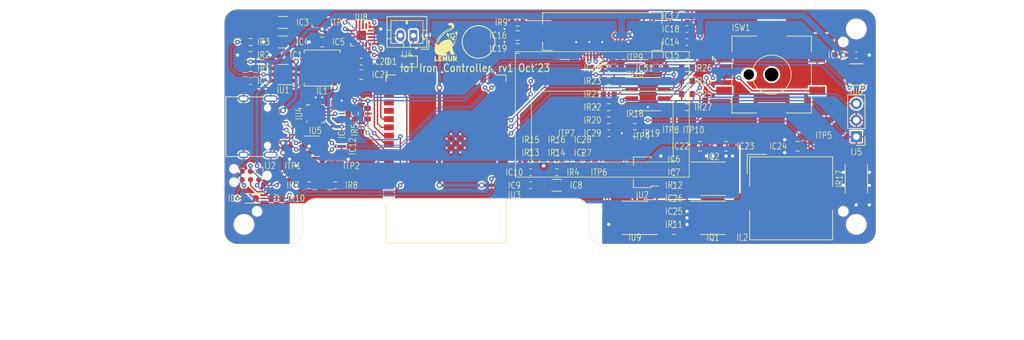
<source format=kicad_pcb>
(kicad_pcb (version 20221018) (generator pcbnew)
  (layers (0 "F.Cu" signal "Front") (31 "B.Cu" signal "Back") (34 "B.Paste" user) (35 "F.Paste" user) (36 "B.SilkS" user "B.Silkscreen") (37 "F.SilkS" user "F.Silkscreen") (38 "B.Mask" user) (39 "F.Mask" user) (44 "Edge.Cuts" user))
  (net 0 "")
  (net 1 "Ivgate")
  (net 2 "Ihigh_rc.output")
  (net 3 "Ivusb")
  (net 4 "Ignd")
  (net 5 "Iv3v3")
  (net 6 "Iconv_out")
  (net 7 "Ivsense.output")
  (net 8 "Ilow_rc.output")
  (net 9 "Itamp.input_positive")
  (net 10 "Itp_i.output")
  (net 11 "Ienc.a")
  (net 12 "Ienc.b")
  (net 13 "Ienc.sw")
  (net 14 "Iisense.pwr_out")
  (net 15 "Ii2c_pull.i2c.scl")
  (net 16 "Ii2c_pull.i2c.sda")
  (net 17 "Ireg_3v3.fb.output")
  (net 18 "Itamp.output")
  (net 19 "Ipacked_opamp.inn.1")
  (net 20 "Ipacked_opamp.inp.1")
  (net 21 "Ivusb_sense.output")
  (net 22 "Ioled.iref_res.a")
  (net 23 "Iifilt.output")
  (net 24 "Ipacked_opamp.inn.0")
  (net 25 "Ireg_3v3.en_res.b")
  (net 26 "Iledr.res.a")
  (net 27 "Iconv.sw.low_gate_res.a")
  (net 28 "Iconv.sw.low_gate_res.b")
  (net 29 "Iconv.sw.high_gate_res.a")
  (net 30 "Iconv.sw.high_gate_res.b")
  (net 31 "Ivfilt.output")
  (net 32 "Imcu.program_en_node")
  (net 33 "Ipd.int")
  (net 34 "Ispk_drv.i2s.sck")
  (net 35 "Ispk_drv.i2s.ws")
  (net 36 "Ispk_drv.i2s.sd")
  (net 37 "Iusb_chain_0.d_N")
  (net 38 "Iusb_chain_0.d_P")
  (net 39 "Ioled.reset")
  (net 40 "Imcu.program_boot_node")
  (net 41 "Imcu.program_uart_node.b_tx")
  (net 42 "Imcu.program_uart_node.a_tx")
  (net 43 "Ireg_3v3.boot_cap.neg")
  (net 44 "Ireg_3v3.boot_cap.pos")
  (net 45 "Iconv.sw.driver.ic.hb")
  (net 46 "Iconv.sw.out")
  (net 47 "Iusb.B5")
  (net 48 "Iusb.A5")
  (net 49 "Ipd.ic.vconn")
  (net 50 "Ispk_drv.out.a")
  (net 51 "Ispk_drv.out.b")
  (net 52 "Ioled.c2_cap.pos")
  (net 53 "Ioled.c2_cap.neg")
  (net 54 "Ioled.c1_cap.pos")
  (net 55 "Ioled.c1_cap.neg")
  (net 56 "Ioled.device.vcomh")
  (net 57 "Ioled.device.vcc")
  (net 58 "Ihigh_pull.io")
  (net 59 "Ilow_pull.io")
  (net 60 "Itouch_0")
  (footprint "MountingHole:MountingHole_2.7mm_M2.5" (layer "F.Cu") (at 223 55)
    (fp_text reference "H11" hide)
    (fp_text value "MountingHole_2.7mm_M2.5")
  )
  (footprint "Resistor_SMD:R_0603_1608Metric" (layer "F.Cu") (at 189 71)
    (fp_text reference "IR19")
    (fp_text value "")
  )
  (footprint "edg:TestPoint_TE_RCT_0805" (layer "F.Cu") (at 190 73)
    (fp_text reference "ITP4")
    (fp_text value "5015 (Keystone) - vgate")
  )
  (footprint "Package_TO_SOT_SMD:SOT-89-3" (layer "F.Cu") (at 190.1375 77 180)
    (fp_text reference "IU2")
    (fp_text value "L78L12AC (STMicroelectronics)")
  )
  (footprint "Package_DFN_QFN:QFN-16-1EP_3x3mm_P0.5mm_EP1.45x1.45mm" (layer "F.Cu") (at 147 56)
    (fp_text reference "IU8")
    (fp_text value "MAX98357AETE+T (Maxim Integrated)")
  )
  (footprint "Resistor_SMD:R_0603_1608Metric" (layer "F.Cu") (at 195 86)
    (fp_text reference "IR11")
    (fp_text value "")
  )
  (footprint "edg:TestPoint_TE_RCT_0805" (layer "F.Cu") (at 218 73)
    (fp_text reference "ITP5")
    (fp_text value "5015 (Keystone) - conv_out")
  )
  (footprint "Resistor_SMD:R_0603_1608Metric" (layer "F.Cu") (at 185 63)
    (fp_text reference "IR23")
    (fp_text value "")
  )
  (footprint "Capacitor_SMD:C_0603_1608Metric" (layer "F.Cu") (at 197 55)
    (fp_text reference "IC18")
    (fp_text value "")
  )
  (footprint "Resistor_SMD:R_0603_1608Metric" (layer "F.Cu") (at 143 79)
    (fp_text reference "IR8")
    (fp_text value "")
  )
  (footprint "Resistor_SMD:R_0603_1608Metric" (layer "F.Cu") (at 197 65 180)
    (fp_text reference "IR25")
    (fp_text value "")
  )
  (footprint "Connector_FFC-FPC:Hirose_FH12-30S-0.5SH_1x30-1MP_P0.50mm_Horizontal" (layer "F.Cu") (at 184 57 180)
    (fp_text reference "IJ3")
    (fp_text value "AFC01-S30FCA-00 (Jushuo)")
  )
  (footprint "Inductor_SMD:L_Sunlord_SWPA5040S" (layer "F.Cu") (at 141 61)
    (fp_text reference "IL1")
    (fp_text value "")
  )
  (footprint "edg:TestPoint_TE_RCT_0805" (layer "F.Cu") (at 197 69)
    (fp_text reference "ITP10")
    (fp_text value "5015 (Keystone) - _tamp_input_positive_link")
  )
  (footprint "Capacitor_SMD:C_0805_2012Metric" (layer "F.Cu") (at 214 73 180)
    (fp_text reference "IC24")
    (fp_text value "")
  )
  (footprint "Package_SON:WSON-6-1EP_3x3mm_P0.95mm" (layer "F.Cu") (at 223 62 180)
    (fp_text reference "IU6")
    (fp_text value "HDC1080 (Texas Instruments)")
  )
  (footprint "Resistor_SMD:R_0603_1608Metric" (layer "F.Cu") (at 177 73)
    (fp_text reference "IR16")
    (fp_text value "")
  )
  (footprint "edg:TestPoint_TE_RCT_0805" (layer "F.Cu") (at 181 71)
    (fp_text reference "ITP7")
    (fp_text value "5015 (Keystone) - _high_rc_output_link")
  )
  (footprint "Capacitor_SMD:C_0603_1608Metric" (layer "F.Cu") (at 185 71)
    (fp_text reference "IC29")
    (fp_text value "")
  )
  (footprint "edg:Lcd_Er_Oled0.96_1.1_Outline" (layer "F.Cu") (at 184 70 180)
    (fp_text reference "IU7" hide)
    (fp_text value "ER-OLED-0.96-1.1 (EastRising)")
  )
  (footprint "Capacitor_SMD:C_0603_1608Metric" (layer "F.Cu") (at 193 61 180)
    (fp_text reference "IC31")
    (fp_text value "")
  )
  (footprint "Resistor_SMD:R_0603_1608Metric" (layer "F.Cu") (at 173 75)
    (fp_text reference "IR13")
    (fp_text value "")
  )
  (footprint "Package_SO:SOIC-8_3.9x4.9mm_P1.27mm" (layer "F.Cu") (at 201 78)
    (fp_text reference "IQ2")
    (fp_text value "IRF7458TRPBF (Infineon Technologies) - 30V 14A 8m?@16V,14A 2.5W 4V@250?A N Channel SOIC-8_150mil MOSFETs ROHS")
  )
  (footprint "Capacitor_SMD:C_0805_2012Metric" (layer "F.Cu") (at 203 73 180)
    (fp_text reference "IC23")
    (fp_text value "")
  )
  (footprint "edg:JlcToolingHole_1.152mm" (layer "F.Cu") (at 131 83)
    (fp_text reference "IH2" hide)
    (fp_text value "")
  )
  (footprint "Capacitor_SMD:C_0603_1608Metric" (layer "F.Cu") (at 144 68 90)
    (fp_text reference "IC11")
    (fp_text value "")
  )
  (footprint "Resistor_SMD:R_0603_1608Metric" (layer "F.Cu") (at 148 68 90)
    (fp_text reference "IR6")
    (fp_text value "")
  )
  (footprint "Resistor_SMD:R_0603_1608Metric" (layer "F.Cu") (at 185 67 180)
    (fp_text reference "IR22")
    (fp_text value "")
  )
  (footprint "Resistor_SMD:R_0603_1608Metric" (layer "F.Cu") (at 177 75)
    (fp_text reference "IR14")
    (fp_text value "")
  )
  (footprint "Diode_SMD:D_SOD-323" (layer "F.Cu") (at 154 60 180)
    (fp_text reference "ID1")
    (fp_text value "BZT52B3V6S (SMC(Sangdest Microelectronicstronic (Nanjing))) - 5?A@1V 90? Single 3.53V~3.67V 200mW 3.6V SOD-323 Zener Diodes ROHS")
  )
  (footprint "Capacitor_SMD:C_0603_1608Metric" (layer "F.Cu") (at 197 59)
    (fp_text reference "IC15")
    (fp_text value "")
  )
  (footprint "Capacitor_SMD:C_0603_1608Metric" (layer "F.Cu") (at 197 53)
    (fp_text reference "IC17")
    (fp_text value "")
  )
  (footprint "Capacitor_SMD:C_0603_1608Metric" (layer "F.Cu") (at 147 60)
    (fp_text reference "IC20")
    (fp_text value "")
  )
  (footprint "edg:TestPoint_TE_RCT_0805" (layer "F.Cu") (at 143 76)
    (fp_text reference "ITP2")
    (fp_text value "5015 (Keystone) - gnd")
  )
  (footprint "Resistor_SMD:R_2512_6332Metric" (layer "F.Cu") (at 223 78 90)
    (fp_text reference "IR17")
    (fp_text value "")
  )
  (footprint "RF_Module:ESP32-S3-WROOM-1" (layer "F.Cu") (at 160 75 180)
    (fp_text reference "IU3")
    (fp_text value "ESP32-S3-WROOM-1-N16R8 (Espressif Systems)")
  )
  (footprint "edg:JlcToolingHole_1.152mm" (layer "F.Cu") (at 221 83)
    (fp_text reference "IH3" hide)
    (fp_text value "")
  )
  (footprint "Resistor_SMD:R_0603_1608Metric" (layer "F.Cu") (at 139 79)
    (fp_text reference "IR7")
    (fp_text value "")
  )
  (footprint "edg:JlcToolingHole_1.152mm" (layer "F.Cu") (at 221 57)
    (fp_text reference "IH1" hide)
    (fp_text value "")
  )
  (footprint "edg:TestPoint_TE_RCT_0805" (layer "F.Cu") (at 181 77)
    (fp_text reference "ITP6")
    (fp_text value "5015 (Keystone) - _low_rc_output_link")
  )
  (footprint "Resistor_SMD:R_0603_1608Metric" (layer "F.Cu") (at 185 69 180)
    (fp_text reference "IR20")
    (fp_text value "")
  )
  (footprint "MountingHole:MountingHole_2.7mm_M2.5" (layer "F.Cu") (at 129 85)
    (fp_text reference "H10" hide)
    (fp_text value "MountingHole_2.7mm_M2.5")
  )
  (footprint "Resistor_SMD:R_0603_1608Metric" (layer "F.Cu") (at 185 65)
    (fp_text reference "IR21")
    (fp_text value "")
  )
  (footprint "Resistor_SMD:R_0603_1608Metric" (layer "F.Cu") (at 134 81)
    (fp_text reference "IR10")
    (fp_text value "")
  )
  (footprint "Capacitor_SMD:C_0603_1608Metric" (layer "F.Cu") (at 197 57)
    (fp_text reference "IC14")
    (fp_text value "")
  )
  (footprint "Capacitor_SMD:C_0603_1608Metric" (layer "F.Cu") (at 195 78)
    (fp_text reference "IC7")
    (fp_text value "")
  )
  (footprint "edg:TestPoint_TE_RCT_0805" (layer "F.Cu") (at 139 76)
    (fp_text reference "ITP1")
    (fp_text value "5015 (Keystone) - vusb")
  )
  (footprint "Package_SO:SOIC-8_3.9x4.9mm_P1.27mm" (layer "F.Cu") (at 189 84 180)
    (fp_text reference "IU9")
    (fp_text value "UCC27282DR (Texas Instruments)")
  )
  (footprint "Package_TO_SOT_SMD:SOT-23-6" (layer "F.Cu") (at 135 62 180)
    (fp_text reference "IU1")
    (fp_text value "TPS54202H (Texas Instruments)")
  )
  (footprint "Capacitor_SMD:C_0805_2012Metric" (layer "F.Cu") (at 171 58 180)
    (fp_text reference "IC19")
    (fp_text value "")
  )
  (footprint "edg:RotaryEncoder_Alps_EC11J15-Switch" (layer "F.Cu") (at 210 62)
    (fp_text reference "ISW1")
    (fp_text value "EC11J1525402 (Alps Alpine)")
  )
  (footprint "Connector_JST:JST_PH_B2B-PH-K_1x02_P2.00mm_Vertical" (layer "F.Cu") (at 155 56 180)
    (fp_text reference "IJ4")
    (fp_text value "B2B-PH-K (JST)")
  )
  (footprint "Capacitor_SMD:C_0805_2012Metric" (layer "F.Cu") (at 195 76)
    (fp_text reference "IC6")
    (fp_text value "")
  )
  (footprint "Capacitor_SMD:C_0603_1608Metric" (layer "F.Cu") (at 181 75)
    (fp_text reference "IC27")
    (fp_text value "")
  )
  (footprint "LED_SMD:LED_0603_1608Metric" (layer "F.Cu") (at 130 81 180)
    (fp_text reference "ID2")
    (fp_text value "KT-0603R (Hubei KENTO Elec) - Red 615~630nm 1.9~2.2V 0603 Light Emitting Diodes (LED) RoHS")
  )
  (footprint "edg:Symbol_DucklingSolid" (layer "F.Cu") (at 165 57)
    (fp_text reference "svg2mod" hide)
    (fp_text value "G***" hide)
  )
  (footprint "Connector_PinHeader_2.54mm:PinHeader_1x03_P2.54mm_Vertical" (layer "F.Cu") (at 223 71.54 180)
    (fp_text reference "IJ5")
    (fp_text value "PinHeader2.54 1x3 (Generic)")
  )
  (footprint "Capacitor_SMD:C_0805_2012Metric" (layer "F.Cu") (at 199 73 180)
    (fp_text reference "IC22")
    (fp_text value "")
  )
  (footprint "Capacitor_SMD:C_1206_3216Metric" (layer "F.Cu") (at 135 54 180)
    (fp_text reference "IC3")
    (fp_text value "")
  )
  (footprint "Resistor_SMD:R_0603_1608Metric" (layer "F.Cu") (at 197 67)
    (fp_text reference "IR27")
    (fp_text value "")
  )
  (footprint "Capacitor_SMD:C_0603_1608Metric" (layer "F.Cu") (at 195 84)
    (fp_text reference "IC25")
    (fp_text value "")
  )
  (footprint "Capacitor_SMD:C_0603_1608Metric" (layer "F.Cu") (at 130 63 180)
    (fp_text reference "IC2")
    (fp_text value "")
  )
  (footprint "Resistor_SMD:R_0603_1608Metric" (layer "F.Cu") (at 130 57 180)
    (fp_text reference "IR3")
    (fp_text value "")
  )
  (footprint "Capacitor_SMD:C_0603_1608Metric" (layer "F.Cu") (at 173 77)
    (fp_text reference "IC10")
    (fp_text value "")
  )
  (footprint "Capacitor_SMD:C_0805_2012Metric" (layer "F.Cu") (at 147 62)
    (fp_text reference "IC21")
    (fp_text value "")
  )
  (footprint "Capacitor_SMD:C_1206_3216Metric" (layer "F.Cu") (at 135 57 180)
    (fp_text reference "IC4")
    (fp_text value "")
  )
  (footprint "Capacitor_SMD:C_0805_2012Metric" (layer "F.Cu") (at 141 57 180)
    (fp_text reference "IC5")
    (fp_text value "")
  )
  (footprint "Inductor_SMD:L_TDK_SLF12565" (layer "F.Cu") (at 213 81)
    (fp_text reference "IL2")
    (fp_text value "")
  )
  (footprint "Capacitor_SMD:C_0603_1608Metric" (layer "F.Cu") (at 181 73)
    (fp_text reference "IC28")
    (fp_text value "")
  )
  (footprint "Capacitor_SMD:C_1206_3216Metric" (layer "F.Cu") (at 177 79 180)
    (fp_text reference "IC8")
    (fp_text value "")
  )
  (footprint "Resistor_SMD:R_0603_1608Metric" (layer "F.Cu") (at 195 80)
    (fp_text reference "IR12")
    (fp_text value "")
  )
  (footprint "edg:TestPoint_TE_RCT_0805" (layer "F.Cu") (at 193 69)
    (fp_text reference "ITP8")
    (fp_text value "5015 (Keystone) - _vsense_output_link")
  )
  (footprint "MountingHole:MountingHole_2.7mm_M2.5" (layer "F.Cu") (at 223 85)
    (fp_text reference "H14" hide)
    (fp_text value "MountingHole_2.7mm_M2.5")
  )
  (footprint "Package_SO:SOIC-8_3.9x4.9mm_P1.27mm" (layer "F.Cu") (at 201 84)
    (fp_text reference "IQ1")
    (fp_text value "IRF7458TRPBF (Infineon Technologies) - 30V 14A 8m?@16V,14A 2.5W 4V@250?A N Channel SOIC-8_150mil MOSFETs ROHS")
  )
  (footprint "Connector:Tag-Connect_TC2030-IDC-NL_2x03_P1.27mm_Vertical" (layer "F.Cu") (at 130 77.5 180)
    (fp_text reference "IJ2")
    (fp_text value "")
  )
  (footprint "Resistor_SMD:R_0603_1608Metric" (layer "F.Cu") (at 197 63 180)
    (fp_text reference "IR24")
    (fp_text value "")
  )
  (footprint "Capacitor_SMD:C_0603_1608Metric" (layer "F.Cu") (at 185 61)
    (fp_text reference "IC30")
    (fp_text value "")
  )
  (footprint "Resistor_SMD:R_0603_1608Metric" (layer "F.Cu") (at 177 77 180)
    (fp_text reference "IR4")
    (fp_text value "")
  )
  (footprint "Capacitor_SMD:C_0603_1608Metric" (layer "F.Cu") (at 195 82)
    (fp_text reference "IC26")
    (fp_text value "")
  )
  (footprint "Resistor_SMD:R_0603_1608Metric" (layer "F.Cu") (at 130 59 180)
    (fp_text reference "IR2")
    (fp_text value "")
  )
  (footprint "Capacitor_SMD:C_0603_1608Metric" (layer "F.Cu") (at 135 59 180)
    (fp_text reference "IC1")
    (fp_text value "")
  )
  (footprint "Capacitor_SMD:C_0805_2012Metric" (layer "F.Cu") (at 171 56 180)
    (fp_text reference "IC16")
    (fp_text value "")
  )
  (footprint "edg:TestPoint_TE_RCT_0805" (layer "F.Cu") (at 141 54 180)
    (fp_text reference "ITP3")
    (fp_text value "5015 (Keystone) - v3v3")
  )
  (footprint "Resistor_SMD:R_0603_1608Metric" (layer "F.Cu") (at 197 61)
    (fp_text reference "IR26")
    (fp_text value "")
  )
  (footprint "Package_SO:SOIC-8_3.9x4.9mm_P1.27mm" (layer "F.Cu") (at 191 65)
    (fp_text reference "IU10")
    (fp_text value "OPA2333AIDR (Texas Instruments)")
  )
  (footprint "Package_TO_SOT_SMD:SOT-23" (layer "F.Cu") (at 139.9375 73)
    (fp_text reference "IU5")
    (fp_text value "PESD5V0X1BT (Nexperia)")
  )
  (footprint "edg:TestPoint_TE_RCT_0805" (layer "F.Cu") (at 189 61)
    (fp_text reference "ITP9")
    (fp_text value "5015 (Keystone) - _tp_i_output_link")
  )
  (footprint "Package_DFN_QFN:WQFN-14-1EP_2.5x2.5mm_P0.5mm_EP1.45x1.45mm" (layer "F.Cu") (at 140 68 90)
    (fp_text reference "IU4")
    (fp_text value "FUSB302B11MPX (ON Semiconductor)")
  )
  (footprint "Capacitor_SMD:C_0603_1608Metric" (layer "F.Cu") (at 173 79)
    (fp_text reference "IC9")
    (fp_text value "")
  )
  (footprint "Resistor_SMD:R_0603_1608Metric" (layer "F.Cu") (at 146 68 90)
    (fp_text reference "IR5")
    (fp_text value "")
  )
  (footprint "Capacitor_SMD:C_0603_1608Metric" (layer "F.Cu") (at 223 59)
    (fp_text reference "IC13")
    (fp_text value "")
  )
  (footprint "Resistor_SMD:R_0603_1608Metric" (layer "F.Cu") (at 173 73)
    (fp_text reference "IR15")
    (fp_text value "")
  )
  (footprint "Resistor_SMD:R_0603_1608Metric" (layer "F.Cu") (at 171 54 180)
    (fp_text reference "IR9")
    (fp_text value "")
  )
  (footprint "Resistor_SMD:R_0603_1608Metric" (layer "F.Cu") (at 189 69 180)
    (fp_text reference "IR18")
    (fp_text value "")
  )
  (footprint "Capacitor_SMD:C_0805_2012Metric" (layer "F.Cu") (at 144 73 -90)
    (fp_text reference "IC12")
    (fp_text value "")
  )
  (footprint "Resistor_SMD:R_0603_1608Metric" (layer "F.Cu") (at 130 61)
    (fp_text reference "IR1")
    (fp_text value "")
  )
  (footprint "Connector_USB:USB_C_Receptacle_XKB_U262-16XN-4BVC11" (layer "F.Cu") (at 130 70 -90)
    (fp_text reference "IJ1")
    (fp_text value "COM-15111 (Sparkfun)")
  )
  (footprint "edg:Symbol_LemurSmall" (layer "F.Cu") (at 160 57)
    (fp_text reference "UU5" hide)
    (fp_text value "Lemur" hide)
  )
  (gr_arc (start 138 83) (mid 138.585786 81.585786) (end 140 81) (stroke (width 0.0381)) (layer "Edge.Cuts"))
  (gr_line (start 136 88) (end 128 88) (stroke (width 0.0381)) (layer "Edge.Cuts"))
  (gr_arc (start 128 88) (mid 126.585786 87.414214) (end 126 86) (stroke (width 0.0381)) (layer "Edge.Cuts"))
  (gr_arc (start 184 88) (mid 182.585786 87.414214) (end 182 86) (stroke (width 0.0381)) (layer "Edge.Cuts"))
  (gr_line (start 140 81) (end 180 81) (stroke (width 0.0381)) (layer "Edge.Cuts"))
  (gr_line (start 138 83) (end 138 86) (stroke (width 0.0381)) (layer "Edge.Cuts"))
  (gr_arc (start 224 52) (mid 225.414214 52.585786) (end 226 54) (stroke (width 0.0381)) (layer "Edge.Cuts"))
  (gr_line (start 226 54) (end 226 86) (stroke (width 0.0381)) (layer "Edge.Cuts"))
  (gr_arc (start 180 81) (mid 181.414214 81.585786) (end 182 83) (stroke (width 0.0381)) (layer "Edge.Cuts"))
  (gr_line (start 126 86) (end 126 54) (stroke (width 0.0381)) (layer "Edge.Cuts"))
  (gr_arc (start 138 86) (mid 137.414214 87.414214) (end 136 88) (stroke (width 0.0381)) (layer "Edge.Cuts"))
  (gr_line (start 128 52) (end 224 52) (stroke (width 0.0381)) (layer "Edge.Cuts"))
  (gr_arc (start 126 54) (mid 126.585786 52.585786) (end 128 52) (stroke (width 0.0381)) (layer "Edge.Cuts"))
  (gr_line (start 182 83) (end 182 86) (stroke (width 0.0381)) (layer "Edge.Cuts"))
  (gr_arc (start 226 86) (mid 225.414214 87.414214) (end 224 88) (stroke (width 0.0381)) (layer "Edge.Cuts"))
  (gr_line (start 224 88) (end 184 88) (stroke (width 0.0381)) (layer "Edge.Cuts"))
  (gr_text "rv1 Oct'23" (at 172 61) (layer "F.SilkS") (effects (font (size 1.2 1))))
  (gr_text "IoT Iron Controller" (at 160 61) (layer "F.SilkS") (effects (font (size 1.2 1))))
  (segment (start 187.5 78) (end 189.25 79.75) (width 0.2) (layer "F.Cu") (net 1))
  (segment (start 192.0875 78.5) (end 193 78.5) (width 0.5) (layer "F.Cu") (net 1))
  (segment (start 187.5 76) (end 187.5 73.5) (width 0.2) (layer "F.Cu") (net 1))
  (segment (start 189.905 85.905) (end 189 85) (width 0.5) (layer "F.Cu") (net 1))
  (segment (start 193.5 78) (end 194.225 78) (width 0.5) (layer "F.Cu") (net 1))
  (segment (start 193 85.5) (end 193 84.5) (width 0.2) (layer "F.Cu") (net 1))
  (segment (start 193.5 84) (end 194.225 84) (width 0.2) (layer "F.Cu") (net 1))
  (segment (start 187.5 76) (end 187.5 78) (width 0.2) (layer "F.Cu") (net 1))
  (segment (start 191.475 85.905) (end 189.905 85.905) (width 0.5) (layer "F.Cu") (net 1))
  (segment (start 193 84.5) (end 193.5 84) (width 0.2) (layer "F.Cu") (net 1))
  (segment (start 189 80) (end 189.25 79.75) (width 0.5) (layer "F.Cu") (net 1))
  (segment (start 189 85) (end 189 80) (width 0.5) (layer "F.Cu") (net 1))
  (segment (start 190.5 78.5) (end 192.0875 78.5) (width 0.5) (layer "F.Cu") (net 1))
  (segment (start 187.5 73.5) (end 188 73) (width 0.2) (layer "F.Cu") (net 1))
  (segment (start 191.475 85.905) (end 192.595 85.905) (width 0.2) (layer "F.Cu") (net 1))
  (segment (start 188 73) (end 190 73) (width 0.2) (layer "F.Cu") (net 1))
  (segment (start 189.25 79.75) (end 190.5 78.5) (width 0.5) (layer "F.Cu") (net 1))
  (segment (start 193 78.5) (end 193.5 78) (width 0.5) (layer "F.Cu") (net 1))
  (segment (start 192.595 85.905) (end 193 85.5) (width 0.2) (layer "F.Cu") (net 1))
  (segment (start 185 81.5) (end 185 76.5) (width 0.16) (layer "F.Cu") (net 2))
  (segment (start 185 76.5) (end 184.5 76) (width 0.16) (layer "F.Cu") (net 2))
  (segment (start 183.5 75) (end 184.5 76) (width 0.16) (layer "F.Cu") (net 2))
  (segment (start 179.5 71) (end 181 71) (width 0.16) (layer "F.Cu") (net 2))
  (segment (start 183 72) (end 183.5 72.5) (width 0.16) (layer "F.Cu") (net 2))
  (segment (start 179 71.5) (end 179.5 71) (width 0.16) (layer "F.Cu") (net 2))
  (segment (start 186.525 82.095) (end 185.595 82.095) (width 0.16) (layer "F.Cu") (net 2))
  (segment (start 179 72) (end 179 71.5) (width 0.16) (layer "F.Cu") (net 2))
  (segment (start 185.595 82.095) (end 185 81.5) (width 0.16) (layer "F.Cu") (net 2))
  (segment (start 183.5 72.5) (end 183.5 75) (width 0.16) (layer "F.Cu") (net 2))
  (segment (start 179 72) (end 183 72) (width 0.16) (layer "F.Cu") (net 2))
  (segment (start 177.825 73) (end 179 73) (width 0.16) (layer "F.Cu") (net 2))
  (segment (start 179 73) (end 180.225 73) (width 0.16) (layer "F.Cu") (net 2))
  (segment (start 179 73) (end 179 72) (width 0.16) (layer "F.Cu") (net 2))
  (segment (start 132.895 72.25) (end 132 71.355) (width 0.2) (layer "F.Cu") (net 3))
  (segment (start 136.475 57) (end 136.475 55.5) (width 0.5) (layer "F.Cu") (net 3))
  (segment (start 140 69.2625) (end 140 70) (width 0.2) (layer "F.Cu") (net 3))
  (segment (start 134.75 72.25) (end 135 72.5) (width 0.2) (layer "F.Cu") (net 3))
  (segment (start 137.5 70.5) (end 135.5 72.5) (width 0.2) (layer "F.Cu") (net 3))
  (segment (start 136.475 55.5) (end 136.475 54) (width 0.5) (layer "F.Cu") (net 3))
  (segment (start 131.5 55.5) (end 136.475 55.5) (width 0.2) (layer "F.Cu") (net 3))
  (segment (start 135 72.5) (end 135 74) (width 0.5) (layer "F.Cu") (net 3))
  (segment (start 134.75 67.75) (end 135 67.5) (width 0.2) (layer "F.Cu") (net 3))
  (segment (start 134.95 67.45) (end 135 67.5) (width 0.2) (layer "F.Cu") (net 3))
  (segment (start 193.5 76) (end 194.05 76) (width 0.5) (layer "F.Cu") (net 3))
  (segment (start 133.67 72.55) (end 134.95 72.55) (width 0.2) (layer "F.Cu") (net 3))
  (segment (start 135.775 58.225) (end 135.775 59) (width 0.5) (layer "F.Cu") (net 3))
  (segment (start 133.67 67.45) (end 134.95 67.45) (width 0.2) (layer "F.Cu") (net 3))
  (segment (start 132 71.355) (end 132 68.645) (width 0.2) (layer "F.Cu") (net 3))
  (segment (start 134.95 72.55) (end 135 72.5) (width 0.2) (layer "F.Cu") (net 3))
  (segment (start 136.475 57.525) (end 135.775 58.225) (width 0.5) (layer "F.Cu") (net 3))
  (segment (start 130.825 56.175) (end 131.5 55.5) (width 0.2) (layer "F.Cu") (net 3))
  (segment (start 139.5 70.5) (end 140 70) (width 0.2) (layer "F.Cu") (net 3))
  (segment (start 139.5 70.5) (end 137.5 70.5) (width 0.2) (layer "F.Cu") (net 3))
  (segment (start 137 79) (end 138.175 79) (width 0.5) (layer "F.Cu") (net 3))
  (segment (start 132.895 67.75) (end 133.67 67.75) (width 0.2) (layer "F.Cu") (net 3))
  (segment (start 133.67 67.75) (end 134.75 67.75) (width 0.2) (layer "F.Cu") (net 3))
  (segment (start 130.825 57) (end 130.825 56.175) (width 0.2) (layer "F.Cu") (net 3))
  (segment (start 136.1375 60.1375) (end 136 60) (width 0.5) (layer "F.Cu") (net 3))
  (segment (start 133.67 72.25) (end 132.895 72.25) (width 0.2) (layer "F.Cu") (net 3))
  (segment (start 132 68.645) (end 132.895 67.75) (width 0.2) (layer "F.Cu") (net 3))
  (segment (start 135.775 59) (end 135.775 59.775) (width 0.5) (layer "F.Cu") (net 3))
  (segment (start 135 74) (end 137 76) (width 0.5) (layer "F.Cu") (net 3))
  (segment (start 193 74.5) (end 193 75.5) (width 0.5) (layer "F.Cu") (net 3))
  (segment (start 136.1375 60.1375) (end 136.1375 61.05) (width 0.5) (layer "F.Cu") (net 3))
  (segment (start 135.775 59.775) (end 136 60) (width 0.5) (layer "F.Cu") (net 3))
  (segment (start 137 76) (end 139 76) (width 0.5) (layer "F.Cu") (net 3))
  (segment (start 136 60) (end 137 60) (width 0.5) (layer "F.Cu") (net 3))
  (segment (start 135.5 72.5) (end 135 72.5) (width 0.2) (layer "F.Cu") (net 3))
  (segment (start 133.67 72.25) (end 134.75 72.25) (width 0.2) (layer "F.Cu") (net 3))
  (segment (start 192.0875 75.5) (end 193 75.5) (width 0.5) (layer "F.Cu") (net 3))
  (segment (start 193 75.5) (end 193.5 76) (width 0.5) (layer "F.Cu") (net 3))
  (via (at 193 74.5) (size 0.9) (drill 0.5) (layers "F.Cu" "B.Cu") (net 3))
  (via (at 204 74.5) (size 0.9) (drill 0.5) (layers "F.Cu" "B.Cu") (net 3))
  (via (at 135 74) (size 0.9) (drill 0.5) (layers "F.Cu" "B.Cu") (net 3))
  (via (at 201 74.5) (size 0.9) (drill 0.5) (layers "F.Cu" "B.Cu") (net 3))
  (via (at 135 67.5) (size 0.9) (drill 0.5) (layers "F.Cu" "B.Cu") (net 3))
  (via (at 137 79) (size 0.9) (drill 0.5) (layers "F.Cu" "B.Cu") (net 3))
  (via (at 203 74.5) (size 0.9) (drill 0.5) (layers "F.Cu" "B.Cu") (net 3))
  (via (at 200 74.5) (size 0.9) (drill 0.5) (layers "F.Cu" "B.Cu") (net 3))
  (via (at 137 60) (size 0.9) (drill 0.5) (layers "F.Cu" "B.Cu") (net 3))
  (via (at 135 72.5) (size 0.9) (drill 0.5) (layers "F.Cu" "B.Cu") (net 3))
  (via (at 137 76) (size 0.9) (drill 0.5) (layers "F.Cu" "B.Cu") (net 3))
  (via (at 136 75) (size 0.9) (drill 0.5) (layers "F.Cu" "B.Cu") (net 3))
  (segment (start 137 65.5) (end 135 67.5) (width 0.5) (layer "B.Cu") (net 3))
  (segment (start 137 60) (end 137 65.5) (width 0.5) (layer "B.Cu") (net 3))
  (segment (start 137 76) (end 137 79) (width 0.5) (layer "B.Cu") (net 3))
  (segment (start 145.5625 56.25) (end 146.5 56.25) (width 0.2) (layer "F.Cu") (net 4))
  (segment (start 133.67 73.755) (end 133.67 73.35) (width 0.2) (layer "F.Cu") (net 4))
  (segment (start 133.67 66.245) (end 133.105 65.68) (width 0.2) (layer "F.Cu") (net 4))
  (segment (start 146.75 54.5625) (end 146.75 55.5) (width 0.2) (layer "F.Cu") (net 4))
  (segment (start 144.5 76) (end 145 75.5) (width 0.2) (layer "F.Cu") (net 4))
  (segment (start 133.105 74.32) (end 133.67 73.755) (width 0.2) (layer "F.Cu") (net 4))
  (segment (start 148.4375 55.75) (end 147.5 55.75) (width 0.2) (layer "F.Cu") (net 4))
  (segment (start 143 76) (end 144.5 76) (width 0.2) (layer "F.Cu") (net 4))
  (segment (start 133.67 66.65) (end 133.67 66.245) (width 0.2) (layer "F.Cu") (net 4))
  (segment (start 145 75.5) (end 145 75) (width 0.2) (layer "F.Cu") (net 4))
  (segment (start 149 60) (end 147.775 60) (width 0.5) (layer "F.Cu") (net 4))
  (via (at 225 59) (size 0.9) (drill 0.5) (layers "F.Cu" "B.Cu") (net 4))
  (via (at 225 79) (size 0.9) (drill 0.5) (layers "F.Cu" "B.Cu") (net 4))
  (via (at 145 75) (size 0.9) (drill 0.5) (layers "F.Cu" "B.Cu") (net 4))
  (via (at 140 65.5) (size 0.7) (drill 0.3) (layers "F.Cu" "B.Cu") (net 4))
  (via (at 181 74) (size 0.7) (drill 0.3) (layers "F.Cu" "B.Cu") (net 4))
  (via (at 141 65.5) (size 0.7) (drill 0.3) (layers "F.Cu" "B.Cu") (net 4))
  (via (at 150 55) (size 0.9) (drill 0.5) (layers "F.Cu" "B.Cu") (net 4))
  (via (at 184 57) (size 0.7) (drill 0.3) (layers "F.Cu" "B.Cu") (net 4))
  (via (at 182 57) (size 0.7) (drill 0.3) (layers "F.Cu" "B.Cu") (net 4))
  (via (at 144 66) (size 0.7) (drill 0.3) (layers "F.Cu" "B.Cu") (net 4))
  (via (at 139 57) (size 0.9) (drill 0.5) (layers "F.Cu" "B.Cu") (net 4))
  (via (at 225 77) (size 0.9) (drill 0.5) (layers "F.Cu" "B.Cu") (net 4))
  (via (at 221 79) (size 0.9) (drill 0.5) (layers "F.Cu" "B.Cu") (net 4))
  (via (at 169 55) (size 0.7) (drill 0.3) (layers "F.Cu" "B.Cu") (net 4))
  (via (at 175 76) (size 0.9) (drill 0.5) (layers "F.Cu" "B.Cu") (net 4))
  (via (at 197 83) (size 0.9) (drill 0.5) (layers "F.Cu" "B.Cu") (net 4))
  (via (at 221 77) (size 0.9) (drill 0.5) (layers "F.Cu" "B.Cu") (net 4))
  (via (at 197 85) (size 0.9) (drill 0.5) (layers "F.Cu" "B.Cu") (net 4))
  (via (at 191 67) (size 0.7) (drill 0.3) (layers "F.Cu" "B.Cu") (net 4))
  (via (at 139 73) (size 0.9) (drill 0.5) (layers "F.Cu" "B.Cu") (net 4))
  (via (at 225 82) (size 0.9) (drill 0.5) (layers "F.Cu" "B.Cu") (net 4))
  (via (at 197 84) (size 0.9) (drill 0.5) (layers "F.Cu" "B.Cu") (net 4))
  (via (at 149 60) (size 0.9) (drill 0.5) (layers "F.Cu" "B.Cu") (net 4))
  (via (at 128 59) (size 0.9) (drill 0.5) (layers "F.Cu" "B.Cu") (net 4))
  (via (at 180 57) (size 0.7) (drill 0.3) (layers "F.Cu" "B.Cu") (net 4))
  (via (at 191 71) (size 0.7) (drill 0.3) (layers "F.Cu" "B.Cu") (net 4))
  (via (at 169 57) (size 0.7) (drill 0.3) (layers "F.Cu" "B.Cu") (net 4))
  (via (at 198 54) (size 0.7) (drill 0.3) (layers "F.Cu" "B.Cu") (net 4))
  (via (at 188 57) (size 0.7) (drill 0.3) (layers "F.Cu" "B.Cu") (net 4))
  (via (at 212 74) (size 0.9) (drill 0.5) (layers "F.Cu" "B.Cu") (net 4))
  (via (at 212 72) (size 0.9) (drill 0.5) (layers "F.Cu" "B.Cu") (net 4))
  (via (at 132 57) (size 0.9) (drill 0.5) (layers "F.Cu" "B.Cu") (net 4))
  (via (at 187 71) (size 0.7) (drill 0.3) (layers "F.Cu" "B.Cu") (net 4))
  (via (at 183 67) (size 0.7) (drill 0.3) (layers "F.Cu" "B.Cu") (net 4))
  (via (at 185 85) (size 0.9) (drill 0.5) (layers "F.Cu" "B.Cu") (net 4))
  (via (at 133 59) (size 0.9) (drill 0.5) (layers "F.Cu" "B.Cu") (net 4))
  (via (at 223 82) (size 0.9) (drill 0.5) (layers "F.Cu" "B.Cu") (net 4))
  (segment (start 175 74) (end 174.94 73.94) (width 0.5) (layer "B.Cu") (net 4))
  (segment (start 174.94 73.94) (end 174 73.94) (width 0.5) (layer "B.Cu") (net 4))
  (segment (start 174 73.94) (end 162.2 73.94) (width 0.5) (layer "B.Cu") (net 4))
  (segment (start 175 76) (end 175 74) (width 0.5) (layer "B.Cu") (net 4))
  (segment (start 148 69.5) (end 148 68.825) (width 0.2) (layer "F.Cu") (net 5))
  (segment (start 142.85 61) (end 142.85 58.85) (width 0.5) (layer "F.Cu") (net 5))
  (segment (start 145.5625 56.75) (end 144.75 56.75) (width 0.2) (layer "F.Cu") (net 5))
  (segment (start 146.225 58.525) (end 146.25 58.5) (width 0.2) (layer "F.Cu") (net 5))
  (segment (start 129.175 61) (end 129.175 60.325) (width 0.2) (layer "F.Cu") (net 5))
  (segment (start 187.25 58.85) (end 187.25 56.75) (width 0.2) (layer "F.Cu") (net 5))
  (segment (start 147.5 58.5) (end 147.75 58.25) (width 0.2) (layer "F.Cu") (net 5))
  (segment (start 142.5 70) (end 143 70) (width 0.2) (layer "F.Cu") (net 5))
  (segment (start 192 53) (end 188.75 56.25) (width 0.2) (layer "F.Cu") (net 5))
  (segment (start 191.5 52.5) (end 194.5 52.5) (width 0.2) (layer "F.Cu") (net 5))
  (segment (start 144.75 56.75) (end 144.5 57) (width 0.2) (layer "F.Cu") (net 5))
  (segment (start 186.25 58.85) (end 186.25 56.25) (width 0.2) (layer "F.Cu") (net 5))
  (segment (start 222.225 59) (end 221 59) (width 0.5) (layer "F.Cu") (net 5))
  (segment (start 143 64) (end 142.85 63.85) (width 0.5) (layer "F.Cu") (net 5))
  (segment (start 146.225 60) (end 146.225 58.525) (width 0.2) (layer "F.Cu") (net 5))
  (segment (start 193.5 63.07) (end 193.475 63.095) (width 0.2) (layer "F.Cu") (net 5))
  (segment (start 193.775 61.725) (end 193.5 62) (width 0.2) (layer "F.Cu") (net 5))
  (segment (start 156 60) (end 155.05 60) (width 0.5) (layer "F.Cu") (net 5))
  (segment (start 142.85 58.85) (end 141.95 57.95) (width 0.5) (layer "F.Cu") (net 5))
  (segment (start 146 70) (end 144 70) (width 0.2) (layer "F.Cu") (net 5))
  (segment (start 220.5 61.5) (end 220.5 59.5) (width 0.2) (layer "F.Cu") (net 5))
  (segment (start 172 80.5) (end 178 80.5) (width 0.5) (layer "F.Cu") (net 5))
  (segment (start 144 72.05) (end 144 70) (width 0.2) (layer "F.Cu") (net 5))
  (segment (start 144 70) (end 143 70) (width 0.2) (layer "F.Cu") (net 5))
  (segment (start 131.27 76.27) (end 131.27 76.73) (width 0.2) (layer "F.Cu") (net 5))
  (segment (start 178.475 79) (end 178.475 77.475) (width 0.5) (layer "F.Cu") (net 5))
  (segment (start 141.95 55.95) (end 141 55) (width 0.5) (layer "F.Cu") (net 5))
  (segment (start 145 58.5) (end 146.25 58.5) (width 0.2) (layer "F.Cu") (net 5))
  (segment (start 188.75 56.25) (end 188.75 58.85) (width 0.2) (layer "F.Cu") (net 5))
  (segment (start 195 53) (end 196.225 53) (width 0.2) (layer "F.Cu") (net 5))
  (segment (start 188 56) (end 188.25 56.25) (width 0.2) (layer "F.Cu") (net 5))
  (segment (start 157 56) (end 157 59) (width 0.5) (layer "F.Cu") (net 5))
  (segment (start 146.25 58.5) (end 147.25 58.5) (width 0.2) (layer "F.Cu") (net 5))
  (segment (start 168.75 78.99) (end 172.215 78.99) (width 0.5) (layer "F.Cu") (net 5))
  (segment (start 146 68.825) (end 146 70) (width 0.2) (layer "F.Cu") (net 5))
  (segment (start 141.95 57.95) (end 141.95 57) (width 0.5) (layer "F.Cu") (net 5))
  (segment (start 221 62) (end 220.5 61.5) (width 0.2) (layer "F.Cu") (net 5))
  (segment (start 178 80.5) (end 178.475 80.025) (width 0.5) (layer "F.Cu") (net 5))
  (segment (start 142.5 69.5) (end 141.75 68.75) (width 0.2) (layer "F.Cu") (net 5))
  (segment (start 142.5 69.5) (end 142.5 70) (width 0.2) (layer "F.Cu") (net 5))
  (segment (start 220.5 59.5) (end 221 59) (width 0.2) (layer "F.Cu") (net 5))
  (segment (start 196 54) (end 195 54) (width 0.2) (layer "F.Cu") (net 5))
  (segment (start 147.25 58.5) (end 147.5 58.5) (width 0.2) (layer "F.Cu") (net 5))
  (segment (start 128 81) (end 129.2125 81) (width 0.2) (layer "F.Cu") (net 5))
  (segment (start 143 64) (end 143 62.15) (width 0.5) (layer "F.Cu") (net 5))
  (segment (start 199 59) (end 198 60) (width 0.2) (layer "F.Cu") (net 5))
  (segment (start 159 79) (end 159 64) (width 0.5) (layer "F.Cu") (net 5))
  (segment (start 221.66 62) (end 221 62) (width 0.2) (layer "F.Cu") (net 5))
  (segment (start 141 55) (end 141 54) (width 0.5) (layer "F.Cu") (net 5))
  (segment (start 144.5 58) (end 145 58.5) (width 0.2) (layer "F.Cu") (net 5))
  (segment (start 168.75 78.99) (end 165.5 78.99) (width 0.5) (layer "F.Cu") (net 5))
  (segment (start 196.225 53.775) (end 196 54) (width 0.2) (layer "F.Cu") (net 5))
  (segment (start 188.25 56.25) (end 188.75 56.25) (width 0.2) (layer "F.Cu") (net 5))
  (segment (start 140.5 69.5) (end 141 70) (width 0.2) (layer "F.Cu") (net 5))
  (segment (start 146.05 61.175) (end 146.225 61) (width 0.5) (layer "F.Cu") (net 5))
  (segment (start 129.175 60.325) (end 129.5 60) (width 0.2) (layer "F.Cu") (net 5))
  (segment (start 141.75 68.75) (end 141.2625 68.75) (width 0.2) (layer "F.Cu") (net 5))
  (segment (start 144 70) (end 144 68.775) (width 0.2) (layer "F.Cu") (net 5))
  (segment (start 146 70) (end 147.5 70) (width 0.2) (layer "F.Cu") (net 5))
  (segment (start 194 53) (end 192 53) (width 0.2) (layer "F.Cu") (net 5))
  (segment (start 157 59) (end 156 60) (width 0.5) (layer "F.Cu") (net 5))
  (segment (start 178.475 77.475) (end 178 77) (width 0.5) (layer "F.Cu") (net 5))
  (segment (start 193.775 60.225) (end 193.775 61) (width 0.2) (layer "F.Cu") (net 5))
  (segment (start 142.85 61) (end 146.225 61) (width 0.5) (layer "F.Cu") (net 5))
  (segment (start 187.25 56.75) (end 191.5 52.5) (width 0.2) (layer "F.Cu") (net 5))
  (segment (start 194.5 52.5) (end 195 53) (width 0.2) (layer "F.Cu") (net 5))
  (segment (start 196.225 53) (end 196.225 53.775) (width 0.2) (layer "F.Cu") (net 5))
  (segment (start 171 79.5) (end 172 80.5) (width 0.5) (layer "F.Cu") (net 5))
  (segment (start 141 70) (end 142.5 70) (width 0.2) (layer "F.Cu") (net 5))
  (segment (start 196.225 55) (end 196.225 54.225) (width 0.2) (layer "F.Cu") (net 5))
  (segment (start 144.5 57) (end 144.5 58) (width 0.2) (layer "F.Cu") (net 5))
  (segment (start 194 60) (end 193.775 60.225) (width 0.2) (layer "F.Cu") (net 5))
  (segment (start 146.05 62) (end 146.05 61.175) (width 0.5) (layer "F.Cu") (net 5))
  (segment (start 129.5 60) (end 130 60) (width 0.2) (layer "F.Cu") (net 5))
  (segment (start 147.25 57.4375) (end 147.25 58.5) (width 0.2) (layer "F.Cu") (net 5))
  (segment (start 186.25 56.25) (end 186 56) (width 0.2) (layer "F.Cu") (net 5))
  (segment (start 146.225 61) (end 146.225 60) (width 0.5) (layer "F.Cu") (net 5))
  (segment (start 131 76) (end 131.27 76.27) (width 0.2) (layer "F.Cu") (net 5))
  (segment (start 196.225 54.225) (end 196 54) (width 0.2) (layer "F.Cu") (net 5))
  (segment (start 147.5 70) (end 148 69.5) (width 0.2) (layer "F.Cu") (net 5))
  (segment (start 198 60) (end 194 60) (width 0.2) (layer "F.Cu") (net 5))
  (segment (start 141.95 57) (end 141.95 55.95) (width 0.5) (layer "F.Cu") (net 5))
  (segment (start 193.5 62) (end 193.5 63.07) (width 0.2) (layer "F.Cu") (net 5))
  (segment (start 178.475 80.025) (end 178.475 79) (width 0.5) (layer "F.Cu") (net 5))
  (segment (start 142.85 63.85) (end 142.85 61) (width 0.5) (layer "F.Cu") (net 5))
  (segment (start 171 78.99) (end 171 79.5) (width 0.5) (layer "F.Cu") (net 5))
  (segment (start 193.775 61) (end 193.775 61.725) (width 0.2) (layer "F.Cu") (net 5))
  (segment (start 195 54) (end 194 53) (width 0.2) (layer "F.Cu") (net 5))
  (segment (start 199 56) (end 199 59) (width 0.2) (layer "F.Cu") (net 5))
  (segment (start 147.75 58.25) (end 147.75 57.4375) (width 0.2) (layer "F.Cu") (net 5))
  (via (at 159 79) (size 0.9) (drill 0.5) (layers "F.Cu" "B.Cu") (net 5))
  (via (at 165.5 78.99) (size 0.9) (drill 0.5) (layers "F.Cu" "B.Cu") (net 5))
  (via (at 130 60) (size 0.7) (drill 0.3) (layers "F.Cu" "B.Cu") (net 5))
  (via (at 186 56) (size 0.7) (drill 0.3) (layers "F.Cu" "B.Cu") (net 5))
  (via (at 199 56) (size 0.7) (drill 0.3) (layers "F.Cu" "B.Cu") (net 5))
  (via (at 157 56) (size 0.9) (drill 0.5) (layers "F.Cu" "B.Cu") (net 5))
  (via (at 188 56) (size 0.7) (drill 0.3) (layers "F.Cu" "B.Cu") (net 5))
  (via (at 221 59) (size 0.9) (drill 0.5) (layers "F.Cu" "B.Cu") (net 5))
  (via (at 131 76) (size 0.7) (drill 0.3) (layers "F.Cu" "B.Cu") (net 5))
  (via (at 159 64) (size 0.9) (drill 0.5) (layers "F.Cu" "B.Cu") (net 5))
  (via (at 141 55) (size 0.9) (drill 0.5) (layers "F.Cu" "B.Cu") (net 5))
  (via (at 143 64) (size 0.9) (drill 0.5) (layers "F.Cu" "B.Cu") (net 5))
  (via (at 128 81) (size 0.7) (drill 0.3) (layers "F.Cu" "B.Cu") (net 5))
  (via (at 144 70) (size 0.7) (drill 0.3) (layers "F.Cu" "B.Cu") (net 5))
  (segment (start 139 55) (end 141 55) (width 0.5) (layer "B.Cu") (net 5))
  (segment (start 187 53) (end 199 53) (width 1) (layer "B.Cu") (net 5))
  (segment (start 143 64) (end 142 65) (width 0.5) (layer "B.Cu") (net 5))
  (segment (start 159 58) (end 159 64) (width 0.5) (layer "B.Cu") (net 5))
  (segment (start 131 76) (end 131 75) (width 0.5) (layer "B.Cu") (net 5))
  (segment (start 143 70) (end 144 70) (width 0.5) (layer "B.Cu") (net 5))
  (segment (start 128.5 76.5) (end 130 75) (width 0.2) (layer "B.Cu") (net 5))
  (segment (start 187 56) (end 186 56) (width 1) (layer "B.Cu") (net 5))
  (segment (start 157 56) (end 159 58) (width 0.5) (layer "B.Cu") (net 5))
  (segment (start 157 53) (end 157 56) (width 1) (layer "B.Cu") (net 5))
  (segment (start 188 56) (end 187 56) (width 1) (layer "B.Cu") (net 5))
  (segment (start 215 53) (end 221 59) (width 1) (layer "B.Cu") (net 5))
  (segment (start 128 80) (end 128.3093 79.6907) (width 0.2) (layer "B.Cu") (net 5))
  (segment (start 157 53) (end 159 53) (width 1) (layer "B.Cu") (net 5))
  (segment (start 199 53) (end 215 53) (width 1) (layer "B.Cu") (net 5))
  (segment (start 134 60) (end 139 55) (width 0.5) (layer "B.Cu") (net 5))
  (segment (start 133 60) (end 134 60) (width 0.5) (layer "B.Cu") (net 5))
  (segment (start 133 63) (end 133 60) (width 0.5) (layer "B.Cu") (net 5))
  (segment (start 128.3093 79.6907) (end 128.3093 78.6907) (width 0.2) (layer "B.Cu") (net 5))
  (segment (start 199 56) (end 199 53) (width 1) (layer "B.Cu") (net 5))
  (segment (start 163 53) (end 187 53) (width 1) (layer "B.Cu") (net 5))
  (segment (start 134 60) (end 130 60) (width 0.5) (layer "B.Cu") (net 5))
  (segment (start 142 69) (end 143 70) (width 0.5) (layer "B.Cu") (net 5))
  (segment (start 131 65) (end 133 63) (width 0.5) (layer "B.Cu") (net 5))
  (segment (start 128 81) (end 128 80) (width 0.2) (layer "B.Cu") (net 5))
  (segment (start 187 56) (end 187 53) (width 1) (layer "B.Cu") (net 5))
  (segment (start 141 55) (end 143 53) (width 1) (layer "B.Cu") (net 5))
  (segment (start 130 75) (end 131 75) (width 0.2) (layer "B.Cu") (net 5))
  (segment (start 128.3093 78.6907) (end 128.5 78.5) (width 0.2) (layer "B.Cu") (net 5))
  (segment (start 128.5 78.5) (end 128.5 76.5) (width 0.2) (layer "B.Cu") (net 5))
  (segment (start 131 75) (end 131 65) (width 0.5) (layer "B.Cu") (net 5))
  (segment (start 165.5 78.99) (end 159.01 78.99) (width 0.5) (layer "B.Cu") (net 5))
  (segment (start 143 53) (end 157 53) (width 1) (layer "B.Cu") (net 5))
  (segment (start 142 65) (end 142 69) (width 0.5) (layer "B.Cu") (net 5))
  (segment (start 159.01 78.99) (end 159 79) (width 0.5) (layer "B.Cu") (net 5))
  (segment (start 159 53) (end 163 53) (width 1) (layer "B.Cu") (net 5))
  (segment (start 189.825 69) (end 191 69) (width 0.15) (layer "F.Cu") (net 6))
  (segment (start 218 73) (end 214.95 73) (width 0.2) (layer "F.Cu") (net 6))
  (via (at 216 73) (size 0.7) (drill 0.3) (layers "F.Cu" "B.Cu") (net 6))
  (via (at 191 69) (size 0.7) (drill 0.3) (layers "F.Cu" "B.Cu") (net 6))
  (segment (start 212 69) (end 216 73) (width 0.2) (layer "B.Cu") (net 6))
  (segment (start 191 69) (end 212 69) (width 0.2) (layer "B.Cu") (net 6))
  (segment (start 192.5 70) (end 188.175 70) (width 0.2) (layer "F.Cu") (net 7))
  (segment (start 188.175 70) (end 188.175 71) (width 0.15) (layer "F.Cu") (net 7))
  (segment (start 193 69.5) (end 192.5 70) (width 0.2) (layer "F.Cu") (net 7))
  (segment (start 185.825 69) (end 188.175 69) (width 0.15) (layer "F.Cu") (net 7))
  (segment (start 193 69) (end 193 69.5) (width 0.2) (layer "F.Cu") (net 7))
  (segment (start 188.175 69) (end 188.175 70) (width 0.15) (layer "F.Cu") (net 7))
  (segment (start 179 76.5) (end 179.5 77) (width 0.16) (layer "F.Cu") (net 8))
  (segment (start 179 75) (end 179 76.5) (width 0.16) (layer "F.Cu") (net 8))
  (segment (start 184 77) (end 184.5 77.5) (width 0.16) (layer "F.Cu") (net 8))
  (segment (start 184.865 83.365) (end 184.5 83) (width 0.16) (layer "F.Cu") (net 8))
  (segment (start 186.525 83.365) (end 184.865 83.365) (width 0.16) (layer "F.Cu") (net 8))
  (segment (start 181 77) (end 184 77) (width 0.16) (layer "F.Cu") (net 8))
  (segment (start 177.825 75) (end 179 75) (width 0.16) (layer "F.Cu") (net 8))
  (segment (start 179 75) (end 180.225 75) (width 0.16) (layer "F.Cu") (net 8))
  (segment (start 184.5 77.5) (end 184.5 83) (width 0.16) (layer "F.Cu") (net 8))
  (segment (start 179.5 77) (end 181 77) (width 0.16) (layer "F.Cu") (net 8))
  (segment (start 199 65) (end 199 68.5) (width 0.2) (layer "F.Cu") (net 9))
  (segment (start 198.5 69) (end 199 68.5) (width 0.2) (layer "F.Cu") (net 9))
  (segment (start 198.5 69) (end 197 69) (width 0.2) (layer "F.Cu") (net 9))
  (segment (start 197.825 65) (end 199 65) (width 0.2) (layer "F.Cu") (net 9))
  (via (at 199 65) (size 0.7) (drill 0.3) (layers "F.Cu" "B.Cu") (net 9))
  (segment (start 221.46 66.46) (end 220 65) (width 0.2) (layer "B.Cu") (net 9))
  (segment (start 223 66.46) (end 221.46 66.46) (width 0.2) (layer "B.Cu") (net 9))
  (segment (start 220 65) (end 199 65) (width 0.2) (layer "B.Cu") (net 9))
  (segment (start 171 68) (end 176 63) (width 0.2) (layer "F.Cu") (net 10))
  (segment (start 168.75 72.64) (end 169.61 72.64) (width 0.2) (layer "F.Cu") (net 10))
  (segment (start 185.825 62.075) (end 185.75 62) (width 0.2) (layer "F.Cu") (net 10))
  (segment (start 185.825 63) (end 185.825 62.075) (width 0.2) (layer "F.Cu") (net 10))
  (segment (start 189 61.5) (end 189 61) (width 0.2) (layer "F.Cu") (net 10))
  (segment (start 184.225 61) (end 184.225 61.975) (width 0.2) (layer "F.Cu") (net 10))
  (segment (start 185.75 62) (end 188.5 62) (width 0.2) (layer "F.Cu") (net 10))
  (segment (start 184.225 61.975) (end 184.25 62) (width 0.2) (layer "F.Cu") (net 10))
  (segment (start 183 63) (end 184 62) (width 0.2) (layer "F.Cu") (net 10))
  (segment (start 176 63) (end 183 63) (width 0.2) (layer "F.Cu") (net 10))
  (segment (start 185 62) (end 185.75 62) (width 0.2) (layer "F.Cu") (net 10))
  (segment (start 169.61 72.64) (end 171 71.25) (width 0.2) (layer "F.Cu") (net 10))
  (segment (start 171 71.25) (end 171 68) (width 0.2) (layer "F.Cu") (net 10))
  (segment (start 185 62) (end 184.25 62) (width 0.2) (layer "F.Cu") (net 10))
  (segment (start 188.5 62) (end 189 61.5) (width 0.2) (layer "F.Cu") (net 10))
  (segment (start 184 62) (end 184.25 62) (width 0.2) (layer "F.Cu") (net 10))
  (segment (start 201 62.5) (end 201 61.2) (width 0.2) (layer "F.Cu") (net 11))
  (segment (start 201 61.2) (end 202.7 59.5) (width 0.2) (layer "F.Cu") (net 11))
  (segment (start 170 69) (end 169.83 68.83) (width 0.2) (layer "F.Cu") (net 11))
  (segment (start 169.83 68.83) (end 168.75 68.83) (width 0.2) (layer "F.Cu") (net 11))
  (via (at 170 69) (size 0.7) (drill 0.3) (layers "F.Cu" "B.Cu") (net 11))
  (via (at 201 62.5) (size 0.7) (drill 0.3) (layers "F.Cu" "B.Cu") (net 11))
  (segment (start 200 61.5) (end 201 62.5) (width 0.2) (layer "B.Cu") (net 11))
  (segment (start 175 64) (end 195.5 64) (width 0.2) (layer "B.Cu") (net 11))
  (segment (start 195.5 64) (end 198 61.5) (width 0.2) (layer "B.Cu") (net 11))
  (segment (start 198 61.5) (end 200 61.5) (width 0.2) (layer "B.Cu") (net 11))
  (segment (start 170 69) (end 175 64) (width 0.2) (layer "B.Cu") (net 11))
  (segment (start 170 70) (end 169.9 70.1) (width 0.2) (layer "F.Cu") (net 12))
  (segment (start 201 64.5) (end 202.7 64.5) (width 0.2) (layer "F.Cu") (net 12))
  (segment (start 200 63.5) (end 201 64.5) (width 0.2) (layer "F.Cu") (net 12))
  (segment (start 169.9 70.1) (end 168.75 70.1) (width 0.2) (layer "F.Cu") (net 12))
  (segment (start 200 62.5) (end 200 63.5) (width 0.2) (layer "F.Cu") (net 12))
  (via (at 200 62.5) (size 0.7) (drill 0.3) (layers "F.Cu" "B.Cu") (net 12))
  (via (at 170 70) (size 0.7) (drill 0.3) (layers "F.Cu" "B.Cu") (net 12))
  (segment (start 170 70) (end 175.5 64.5) (width 0.2) (layer "B.Cu") (net 12))
  (segment (start 198 62.5) (end 200 62.5) (width 0.2) (layer "B.Cu") (net 12))
  (segment (start 175.5 64.5) (end 196 64.5) (width 0.2) (layer "B.Cu") (net 12))
  (segment (start 196 64.5) (end 198 62.5) (width 0.2) (layer "B.Cu") (net 12))
  (segment (start 217 64.5) (end 206.986222 64.5) (width 0.2) (layer "F.Cu") (net 13))
  (segment (start 206.986222 64.5) (end 204.990049 62.503827) (width 0.2) (layer "F.Cu") (net 13))
  (segment (start 169.63 71.37) (end 168.75 71.37) (width 0.2) (layer "F.Cu") (net 13))
  (segment (start 170 71) (end 169.63 71.37) (width 0.2) (layer "F.Cu") (net 13))
  (via (at 170 71) (size 0.7) (drill 0.3) (layers "F.Cu" "B.Cu") (net 13))
  (via (at 204.990049 62.503827) (size 0.7) (drill 0.3) (layers "F.Cu" "B.Cu") (net 13))
  (segment (start 202 63.5) (end 203 62.5) (width 0.2) (layer "B.Cu") (net 13))
  (segment (start 203 62.5) (end 203.003827 62.503827) (width 0.2) (layer "B.Cu") (net 13))
  (segment (start 199.5 63) (end 200 63.5) (width 0.2) (layer "B.Cu") (net 13))
  (segment (start 203.003827 62.503827) (end 204.990049 62.503827) (width 0.2) (layer "B.Cu") (net 13))
  (segment (start 198.5 63) (end 199.5 63) (width 0.2) (layer "B.Cu") (net 13))
  (segment (start 176 65) (end 196.5 65) (width 0.2) (layer "B.Cu") (net 13))
  (segment (start 200 63.5) (end 202 63.5) (width 0.2) (layer "B.Cu") (net 13))
  (segment (start 170 71) (end 176 65) (width 0.2) (layer "B.Cu") (net 13))
  (segment (start 196.5 65) (end 198.5 63) (width 0.2) (layer "B.Cu") (net 13))
  (segment (start 197.825 63) (end 198.5 63) (width 0.2) (layer "F.Cu") (net 14))
  (segment (start 188.525 65.635) (end 187.365 65.635) (width 0.2) (layer "F.Cu") (net 14))
  (segment (start 198.5 63) (end 199 63.5) (width 0.2) (layer "F.Cu") (net 14))
  (segment (start 187.365 65.635) (end 187 66) (width 0.2) (layer "F.Cu") (net 14))
  (segment (start 199 63.5) (end 199 64) (width 0.2) (layer "F.Cu") (net 14))
  (via (at 187 66) (size 0.7) (drill 0.3) (layers "F.Cu" "B.Cu") (net 14))
  (via (at 199 64) (size 0.7) (drill 0.3) (layers "F.Cu" "B.Cu") (net 14))
  (segment (start 221.54 71.54) (end 216 66) (width 0.2) (layer "B.Cu") (net 14))
  (segment (start 199 64) (end 198 65) (width 0.2) (layer "B.Cu") (net 14))
  (segment (start 199 66) (end 198 66) (width 0.2) (layer "B.Cu") (net 14))
  (segment (start 216 66) (end 199 66) (width 0.2) (layer "B.Cu") (net 14))
  (segment (start 198 65) (end 198 66) (width 0.2) (layer "B.Cu") (net 14))
  (segment (start 223 71.54) (end 221.54 71.54) (width 0.2) (layer "B.Cu") (net 14))
  (segment (start 198 66) (end 187 66) (width 0.2) (layer "B.Cu") (net 14))
  (segment (start 144 65) (end 145 65) (width 0.2) (layer "F.Cu") (net 15))
  (segment (start 221.66 63.66) (end 221.66 62.95) (width 0.2) (layer "F.Cu") (net 15))
  (segment (start 146 67.175) (end 146 66) (width 0.2) (layer "F.Cu") (net 15))
  (segment (start 141.2625 67.75) (end 142.25 67.75) (width 0.2) (layer "F.Cu") (net 15))
  (segment (start 183 60) (end 182.75 59.75) (width 0.2) (layer "F.Cu") (net 15))
  (segment (start 148 71) (end 150.91 73.91) (width 0.2) (layer "F.Cu") (net 15))
  (segment (start 143 66) (end 144 65) (width 0.2) (layer "F.Cu") (net 15))
  (segment (start 222 64) (end 221.66 63.66) (width 0.2) (layer "F.Cu") (net 15))
  (segment (start 182.75 59.75) (end 182.75 58.85) (width 0.2) (layer "F.Cu") (net 15))
  (segment (start 142.25 67.75) (end 143 67) (width 0.2) (layer "F.Cu") (net 15))
  (segment (start 145 65) (end 146 66) (width 0.2) (layer "F.Cu") (net 15))
  (segment (start 143 67) (end 143 66) (width 0.2) (layer "F.Cu") (net 15))
  (via (at 183 60) (size 0.7) (drill 0.3) (layers "F.Cu" "B.Cu") (net 15))
  (via (at 146 66) (size 0.7) (drill 0.3) (layers "F.Cu" "B.Cu") (net 15))
  (via (at 148 71) (size 0.7) (drill 0.3) (layers "F.Cu" "B.Cu") (net 15))
  (via (at 222 64) (size 0.7) (drill 0.3) (layers "F.Cu" "B.Cu") (net 15))
  (segment (start 147.5 65) (end 148.5 65) (width 0.2) (layer "B.Cu") (net 15))
  (segment (start 149 65.5) (end 163 65.5) (width 0.2) (layer "B.Cu") (net 15))
  (segment (start 183 60) (end 183 59) (width 0.2) (layer "B.Cu") (net 15))
  (segment (start 147.5 70.5) (end 147.5 67) (width 0.2) (layer "B.Cu") (net 15))
  (segment (start 180.5 60) (end 181.5 59) (width 0.2) (layer "B.Cu") (net 15))
  (segment (start 183 59) (end 183.5 59) (width 0.2) (layer "B.Cu") (net 15))
  (segment (start 147 66.5) (end 147 66) (width 0.2) (layer "B.Cu") (net 15))
  (segment (start 183.5 59) (end 184.5 60) (width 0.2) (layer "B.Cu") (net 15))
  (segment (start 163 65.5) (end 168.5 60) (width 0.2) (layer "B.Cu") (net 15))
  (segment (start 218 60) (end 222 64) (width 0.2) (layer "B.Cu") (net 15))
  (segment (start 147 66) (end 146 66) (width 0.2) (layer "B.Cu") (net 15))
  (segment (start 148 71) (end 147.5 70.5) (width 0.2) (layer "B.Cu") (net 15))
  (segment (start 168.5 60) (end 180.5 60) (width 0.2) (layer "B.Cu") (net 15))
  (segment (start 147 66) (end 147 65.5) (width 0.2) (layer "B.Cu") (net 15))
  (segment (start 181.5 59) (end 183 59) (width 0.2) (layer "B.Cu") (net 15))
  (segment (start 148.5 65) (end 149 65.5) (width 0.2) (layer "B.Cu") (net 15))
  (segment (start 184.5 60) (end 218 60) (width 0.2) (layer "B.Cu") (net 15))
  (segment (start 147.5 67) (end 147 66.5) (width 0.2) (layer "B.Cu") (net 15))
  (segment (start 147 65.5) (end 147.5 65) (width 0.2) (layer "B.Cu") (net 15))
  (segment (start 224.34 63.66) (end 224.34 62.95) (width 0.2) (layer "F.Cu") (net 16))
  (segment (start 147 66) (end 148 66) (width 0.2) (layer "F.Cu") (net 16))
  (segment (start 181.75 59.75) (end 181.75 58.85) (width 0.2) (layer "F.Cu") (net 16))
  (segment (start 142.5 67) (end 142.5 66) (width 0.2) (layer "F.Cu") (net 16))
  (segment (start 142.5 66) (end 144 64.5) (width 0.2) (layer "F.Cu") (net 16))
  (segment (start 149 71) (end 150.64 72.64) (width 0.2) (layer "F.Cu") (net 16))
  (segment (start 141.2625 67.25) (end 142.25 67.25) (width 0.2) (layer "F.Cu") (net 16))
  (segment (start 142.25 67.25) (end 142.5 67) (width 0.2) (layer "F.Cu") (net 16))
  (segment (start 182 60) (end 181.75 59.75) (width 0.2) (layer "F.Cu") (net 16))
  (segment (start 145.5 64.5) (end 147 66) (width 0.2) (layer "F.Cu") (net 16))
  (segment (start 182 60) (end 182.25 59.75) (width 0.2) (layer "F.Cu") (net 16))
  (segment (start 224 64) (end 224.34 63.66) (width 0.2) (layer "F.Cu") (net 16))
  (segment (start 144 64.5) (end 145.5 64.5) (width 0.2) (layer "F.Cu") (net 16))
  (segment (start 182.25 59.75) (end 182.25 58.85) (width 0.2) (layer "F.Cu") (net 16))
  (segment (start 148 67.175) (end 148 66) (width 0.2) (layer "F.Cu") (net 16))
  (via (at 149 71) (size 0.7) (drill 0.3) (layers "F.Cu" "B.Cu") (net 16))
  (via (at 148 66) (size 0.7) (drill 0.3) (layers "F.Cu" "B.Cu") (net 16))
  (via (at 224 64) (size 0.7) (drill 0.3) (layers "F.Cu" "B.Cu") (net 16))
  (via (at 182 60) (size 0.7) (drill 0.3) (layers "F.Cu" "B.Cu") (net 16))
  (segment (start 181.5 61) (end 182 61) (width 0.2) (layer "B.Cu") (net 16))
  (segment (start 168.5 60.5) (end 180.5 60.5) (width 0.2) (layer "B.Cu") (net 16))
  (segment (start 181 61) (end 181.5 61) (width 0.2) (layer "B.Cu") (net 16))
  (segment (start 223 65) (end 224 64) (width 0.2) (layer "B.Cu") (net 16))
  (segment (start 180.5 60.5) (end 181 61) (width 0.2) (layer "B.Cu") (net 16))
  (segment (start 163 66) (end 168.5 60.5) (width 0.2) (layer "B.Cu") (net 16))
  (segment (start 149 71) (end 148 70) (width 0.2) (layer "B.Cu") (net 16))
  (segment (start 148 66) (end 163 66) (width 0.2) (layer "B.Cu") (net 16))
  (segment (start 217.5 60.5) (end 222 65) (width 0.2) (layer "B.Cu") (net 16))
  (segment (start 148 70) (end 148 66) (width 0.2) (layer "B.Cu") (net 16))
  (segment (start 184 61) (end 184.5 60.5) (width 0.2) (layer "B.Cu") (net 16))
  (segment (start 182 61) (end 182 60) (width 0.2) (layer "B.Cu") (net 16))
  (segment (start 184.5 60.5) (end 217.5 60.5) (width 0.2) (layer "B.Cu") (net 16))
  (segment (start 222 65) (end 223 65) (width 0.2) (layer "B.Cu") (net 16))
  (segment (start 181.5 61) (end 184 61) (width 0.2) (layer "B.Cu") (net 16))
  (segment (start 133.8625 61.05) (end 133.05 61.05) (width 0.2) (layer "F.Cu") (net 17))
  (segment (start 130.825 59) (end 130.825 60) (width 0.2) (layer "F.Cu") (net 17))
  (segment (start 130.825 60) (end 130.825 61) (width 0.2) (layer "F.Cu") (net 17))
  (segment (start 133.05 61.05) (end 132 60) (width 0.2) (layer "F.Cu") (net 17))
  (segment (start 132 60) (end 130.825 60) (width 0.2) (layer "F.Cu") (net 17))
  (segment (start 195.5 61) (end 196.175 61) (width 0.2) (layer "F.Cu") (net 18))
  (segment (start 195 64) (end 194.635 64.365) (width 0.2) (layer "F.Cu") (net 18))
  (segment (start 194.635 64.365) (end 193.475 64.365) (width 0.2) (layer "F.Cu") (net 18))
  (segment (start 195 62) (end 195 61.5) (width 0.2) (layer "F.Cu") (net 18))
  (segment (start 183 62) (end 175 62) (width 0.2) (layer "F.Cu") (net 18))
  (segment (start 170.71 66.29) (end 168.75 66.29) (width 0.2) (layer "F.Cu") (net 18))
  (segment (start 195 62) (end 195 64) (width 0.2) (layer "F.Cu") (net 18))
  (segment (start 195 61.5) (end 195.5 61) (width 0.2) (layer "F.Cu") (net 18))
  (segment (start 175 62) (end 170.71 66.29) (width 0.2) (layer "F.Cu") (net 18))
  (via (at 183 62) (size 0.7) (drill 0.3) (layers "F.Cu" "B.Cu") (net 18))
  (via (at 195 62) (size 0.7) (drill 0.3) (layers "F.Cu" "B.Cu") (net 18))
  (segment (start 195 62) (end 183 62) (width 0.2) (layer "B.Cu") (net 18))
  (segment (start 193.475 65.635) (end 194.365 65.635) (width 0.2) (layer "F.Cu") (net 19))
  (segment (start 196.175 62.325) (end 196.5 62) (width 0.2) (layer "F.Cu") (net 19))
  (segment (start 196.175 63.825) (end 196.175 63) (width 0.2) (layer "F.Cu") (net 19))
  (segment (start 196.5 62) (end 197.5 62) (width 0.2) (layer "F.Cu") (net 19))
  (segment (start 197.825 61.675) (end 197.5 62) (width 0.2) (layer "F.Cu") (net 19))
  (segment (start 196.175 63) (end 196.175 62.325) (width 0.2) (layer "F.Cu") (net 19))
  (segment (start 197.825 61) (end 197.825 61.675) (width 0.2) (layer "F.Cu") (net 19))
  (segment (start 194.365 65.635) (end 196.175 63.825) (width 0.2) (layer "F.Cu") (net 19))
  (segment (start 194.595 66.905) (end 195.5 66) (width 0.2) (layer "F.Cu") (net 20))
  (segment (start 196 66) (end 196.175 66) (width 0.2) (layer "F.Cu") (net 20))
  (segment (start 196 66) (end 197.5 66) (width 0.2) (layer "F.Cu") (net 20))
  (segment (start 197.5 66) (end 197.825 66.325) (width 0.2) (layer "F.Cu") (net 20))
  (segment (start 197.825 66.325) (end 197.825 67) (width 0.2) (layer "F.Cu") (net 20))
  (segment (start 196.175 65) (end 196.175 66) (width 0.2) (layer "F.Cu") (net 20))
  (segment (start 193.475 66.905) (end 194.595 66.905) (width 0.2) (layer "F.Cu") (net 20))
  (segment (start 195.5 66) (end 196 66) (width 0.2) (layer "F.Cu") (net 20))
  (segment (start 149.49 78.99) (end 151.25 78.99) (width 0.2) (layer "F.Cu") (net 21))
  (segment (start 141 79) (end 141 78.5) (width 0.2) (layer "F.Cu") (net 21))
  (segment (start 141.5 78) (end 148.5 78) (width 0.2) (layer "F.Cu") (net 21))
  (segment (start 148.5 78) (end 149.49 78.99) (width 0.2) (layer "F.Cu") (net 21))
  (segment (start 139.825 79) (end 141 79) (width 0.2) (layer "F.Cu") (net 21))
  (segment (start 141 79) (end 142.175 79) (width 0.2) (layer "F.Cu") (net 21))
  (segment (start 141 78.5) (end 141.5 78) (width 0.2) (layer "F.Cu") (net 21))
  (segment (start 178.75 56.75) (end 176 54) (width 0.2) (layer "F.Cu") (net 22))
  (segment (start 176 54) (end 171.825 54) (width 0.2) (layer "F.Cu") (net 22))
  (segment (start 178.75 58.85) (end 178.75 56.75) (width 0.2) (layer "F.Cu") (net 22))
  (segment (start 186.5 64) (end 187.405 63.095) (width 0.2) (layer "F.Cu") (net 23))
  (segment (start 184.175 64) (end 186.5 64) (width 0.2) (layer "F.Cu") (net 23))
  (segment (start 184.175 64) (end 184.175 63) (width 0.2) (layer "F.Cu") (net 23))
  (segment (start 184.175 65) (end 184.175 64) (width 0.2) (layer "F.Cu") (net 23))
  (segment (start 187.405 63.095) (end 188.525 63.095) (width 0.2) (layer "F.Cu") (net 23))
  (segment (start 185.825 67) (end 185.825 65) (width 0.2) (layer "F.Cu") (net 24))
  (segment (start 186.5 65) (end 187.135 64.365) (width 0.2) (layer "F.Cu") (net 24))
  (segment (start 185.825 65) (end 186.5 65) (width 0.2) (layer "F.Cu") (net 24))
  (segment (start 187.135 64.365) (end 188.525 64.365) (width 0.2) (layer "F.Cu") (net 24))
  (segment (start 132 62) (end 133.8625 62) (width 0.2) (layer "F.Cu") (net 25))
  (segment (start 129.175 57) (end 128 57) (width 0.2) (layer "F.Cu") (net 25))
  (via (at 132 62) (size 0.7) (drill 0.3) (layers "F.Cu" "B.Cu") (net 25))
  (via (at 128 57) (size 0.7) (drill 0.3) (layers "F.Cu" "B.Cu") (net 25))
  (segment (start 132 62) (end 128 62) (width 0.2) (layer "B.Cu") (net 25))
  (segment (start 127 61) (end 127 58) (width 0.2) (layer "B.Cu") (net 25))
  (segment (start 127 58) (end 128 57) (width 0.2) (layer "B.Cu") (net 25))
  (segment (start 128 62) (end 127 61) (width 0.2) (layer "B.Cu") (net 25))
  (segment (start 130.7875 81) (end 133.175 81) (width 0.2) (layer "F.Cu") (net 26))
  (segment (start 192.5 87) (end 193.5 86) (width 0.2) (layer "F.Cu") (net 27))
  (segment (start 187.905 85.905) (end 189 87) (width 0.2) (layer "F.Cu") (net 27))
  (segment (start 193.5 86) (end 194.175 86) (width 0.2) (layer "F.Cu") (net 27))
  (segment (start 186.525 85.905) (end 187.905 85.905) (width 0.2) (layer "F.Cu") (net 27))
  (segment (start 189 87) (end 192.5 87) (width 0.2) (layer "F.Cu") (net 27))
  (segment (start 197.095 85.905) (end 197 86) (width 0.2) (layer "F.Cu") (net 28))
  (segment (start 198.525 85.905) (end 197.095 85.905) (width 0.2) (layer "F.Cu") (net 28))
  (segment (start 197 86) (end 195.825 86) (width 0.2) (layer "F.Cu") (net 28))
  (segment (start 190.5 81.5) (end 192 81.5) (width 0.2) (layer "F.Cu") (net 29))
  (segment (start 190.365 83.365) (end 190 83) (width 0.2) (layer "F.Cu") (net 29))
  (segment (start 191.475 83.365) (end 190.365 83.365) (width 0.2) (layer "F.Cu") (net 29))
  (segment (start 193.5 80) (end 194.175 80) (width 0.2) (layer "F.Cu") (net 29))
  (segment (start 190 82) (end 190.5 81.5) (width 0.2) (layer "F.Cu") (net 29))
  (segment (start 192 81.5) (end 193.5 80) (width 0.2) (layer "F.Cu") (net 29))
  (segment (start 190 83) (end 190 82) (width 0.2) (layer "F.Cu") (net 29))
  (segment (start 195.825 80) (end 197 80) (width 0.2) (layer "F.Cu") (net 30))
  (segment (start 197 80) (end 197.095 79.905) (width 0.2) (layer "F.Cu") (net 30))
  (segment (start 197.095 79.905) (end 198.525 79.905) (width 0.2) (layer "F.Cu") (net 30))
  (segment (start 169.59 73.91) (end 170.067487 73.432513) (width 0.2) (layer "F.Cu") (net 31))
  (segment (start 172 70) (end 173 69) (width 0.2) (layer "F.Cu") (net 31))
  (segment (start 170.067487 73.067487) (end 172 71.134974) (width 0.2) (layer "F.Cu") (net 31))
  (segment (start 173 69) (end 184.175 69) (width 0.2) (layer "F.Cu") (net 31))
  (segment (start 168.75 73.91) (end 169.59 73.91) (width 0.2) (layer "F.Cu") (net 31))
  (segment (start 170.067487 73.432513) (end 170.067487 73.067487) (width 0.2) (layer "F.Cu") (net 31))
  (segment (start 172 71.134974) (end 172 70) (width 0.2) (layer "F.Cu") (net 31))
  (segment (start 184.175 69) (end 184.175 70.95) (width 0.15) (layer "F.Cu") (net 31))
  (segment (start 172.225 77.725) (end 172.5 78) (width 0.2) (layer "F.Cu") (net 32))
  (segment (start 174.5 78) (end 175.5 77) (width 0.2) (layer "F.Cu") (net 32))
  (segment (start 167 78) (end 167.28 77.72) (width 0.2) (layer "F.Cu") (net 32))
  (segment (start 172.5 78) (end 174.5 78) (width 0.2) (layer "F.Cu") (net 32))
  (segment (start 175.5 77) (end 176.175 77) (width 0.2) (layer "F.Cu") (net 32))
  (segment (start 170.14 77.72) (end 168.75 77.72) (width 0.2) (layer "F.Cu") (net 32))
  (segment (start 172.225 77) (end 172.225 77.725) (width 0.2) (layer "F.Cu") (net 32))
  (segment (start 128.73 78.73) (end 128.73 78.135) (width 0.2) (layer "F.Cu") (net 32))
  (segment (start 171 77) (end 170.86 77) (width 0.2) (layer "F.Cu") (net 32))
  (segment (start 170.86 77) (end 170.14 77.72) (width 0.2) (layer "F.Cu") (net 32))
  (segment (start 167.28 77.72) (end 168.75 77.72) (width 0.2) (layer "F.Cu") (net 32))
  (segment (start 172.225 77) (end 171 77) (width 0.2) (layer "F.Cu") (net 32))
  (segment (start 129 79) (end 128.73 78.73) (width 0.2) (layer "F.Cu") (net 32))
  (via (at 129 79) (size 0.7) (drill 0.3) (layers "F.Cu" "B.Cu") (net 32))
  (via (at 167 78) (size 0.7) (drill 0.3) (layers "F.Cu" "B.Cu") (net 32))
  (segment (start 166.5 80.5) (end 138.5 80.5) (width 0.2) (layer "B.Cu") (net 32))
  (segment (start 167 80) (end 166.5 80.5) (width 0.2) (layer "B.Cu") (net 32))
  (segment (start 167 78) (end 167 80) (width 0.2) (layer "B.Cu") (net 32))
  (segment (start 138.5 80.5) (end 137.5 81.5) (width 0.2) (layer "B.Cu") (net 32))
  (segment (start 131 81.5) (end 129 79.5) (width 0.2) (layer "B.Cu") (net 32))
  (segment (start 137.5 81.5) (end 131 81.5) (width 0.2) (layer "B.Cu") (net 32))
  (segment (start 129 79.5) (end 129 79) (width 0.2) (layer "B.Cu") (net 32))
  (segment (start 152.28 77.72) (end 151.25 77.72) (width 0.2) (layer "F.Cu") (net 33))
  (segment (start 153 71.5) (end 153 77) (width 0.2) (layer "F.Cu") (net 33))
  (segment (start 142.75 68.25) (end 143 68) (width 0.2) (layer "F.Cu") (net 33))
  (segment (start 153 77) (end 152.28 77.72) (width 0.2) (layer "F.Cu") (net 33))
  (segment (start 141.2625 68.25) (end 142.75 68.25) (width 0.2) (layer "F.Cu") (net 33))
  (via (at 153 71.5) (size 0.7) (drill 0.3) (layers "F.Cu" "B.Cu") (net 33))
  (via (at 143 68) (size 0.7) (drill 0.3) (layers "F.Cu" "B.Cu") (net 33))
  (segment (start 148 72) (end 147 71) (width 0.2) (layer "B.Cu") (net 33))
  (segment (start 152.5 72) (end 148 72) (width 0.2) (layer "B.Cu") (net 33))
  (segment (start 147 71) (end 147 70) (width 0.2) (layer "B.Cu") (net 33))
  (segment (start 145 68) (end 143 68) (width 0.2) (layer "B.Cu") (net 33))
  (segment (start 153 71.5) (end 152.5 72) (width 0.2) (layer "B.Cu") (net 33))
  (segment (start 147 70) (end 145 68) (width 0.2) (layer "B.Cu") (net 33))
  (segment (start 150.5 59.5) (end 149 58) (width 0.2) (layer "F.Cu") (net 34))
  (segment (start 146 53.5) (end 145 53.5) (width 0.2) (layer "F.Cu") (net 34))
  (segment (start 151.25 70.1) (end 150.1 70.1) (width 0.2) (layer "F.Cu") (net 34))
  (segment (start 150.1 70.1) (end 149.5 69.5) (width 0.2) (layer "F.Cu") (net 34))
  (segment (start 146.25 54.5625) (end 146.25 53.75) (width 0.2) (layer "F.Cu") (net 34))
  (segment (start 150.5 61.994974) (end 150.5 59.5) (width 0.2) (layer "F.Cu") (net 34))
  (segment (start 145 53.5) (end 144.5 54) (width 0.2) (layer "F.Cu") (net 34))
  (segment (start 146.25 53.75) (end 146 53.5) (width 0.2) (layer "F.Cu") (net 34))
  (segment (start 149.5 69.5) (end 149.5 62.994974) (width 0.2) (layer "F.Cu") (net 34))
  (segment (start 149.5 62.994974) (end 150.5 61.994974) (width 0.2) (layer "F.Cu") (net 34))
  (via (at 149 58) (size 0.7) (drill 0.3) (layers "F.Cu" "B.Cu") (net 34))
  (via (at 144.5 54) (size 0.7) (drill 0.3) (layers "F.Cu" "B.Cu") (net 34))
  (segment (start 144.5 54) (end 145 54) (width 0.2) (layer "B.Cu") (net 34))
  (segment (start 145 54) (end 149 58) (width 0.2) (layer "B.Cu") (net 34))
  (segment (start 150.33 68.83) (end 151.25 68.83) (width 0.2) (layer "F.Cu") (net 35))
  (segment (start 150 58) (end 150 58.5) (width 0.2) (layer "F.Cu") (net 35))
  (segment (start 147.25 53.75) (end 147.5 53.5) (width 0.2) (layer "F.Cu") (net 35))
  (segment (start 147.25 54.5625) (end 147.25 53.75) (width 0.2) (layer "F.Cu") (net 35))
  (segment (start 148.5 53.5) (end 149 54) (width 0.2) (layer "F.Cu") (net 35))
  (segment (start 151 59.5) (end 151 62) (width 0.2) (layer "F.Cu") (net 35))
  (segment (start 151 62) (end 150 63) (width 0.2) (layer "F.Cu") (net 35))
  (segment (start 150 68.5) (end 150.33 68.83) (width 0.2) (layer "F.Cu") (net 35))
  (segment (start 150 58.5) (end 151 59.5) (width 0.2) (layer "F.Cu") (net 35))
  (segment (start 150 63) (end 150 68.5) (width 0.2) (layer "F.Cu") (net 35))
  (segment (start 147.5 53.5) (end 148.5 53.5) (width 0.2) (layer "F.Cu") (net 35))
  (via (at 149 54) (size 0.7) (drill 0.3) (layers "F.Cu" "B.Cu") (net 35))
  (via (at 150 58) (size 0.7) (drill 0.3) (layers "F.Cu" "B.Cu") (net 35))
  (segment (start 149 57) (end 150 58) (width 0.2) (layer "B.Cu") (net 35))
  (segment (start 149 54) (end 149 57) (width 0.2) (layer "B.Cu") (net 35))
  (segment (start 150 62) (end 150 59.5) (width 0.2) (layer "F.Cu") (net 36))
  (segment (start 144.75 55.25) (end 144.5 55) (width 0.2) (layer "F.Cu") (net 36))
  (segment (start 145.5625 55.25) (end 144.75 55.25) (width 0.2) (layer "F.Cu") (net 36))
  (segment (start 150 59.5) (end 149.5 59) (width 0.2) (layer "F.Cu") (net 36))
  (segment (start 149 63) (end 150 62) (width 0.2) (layer "F.Cu") (net 36))
  (segment (start 149 70) (end 149 63) (width 0.2) (layer "F.Cu") (net 36))
  (segment (start 151.25 71.37) (end 150.37 71.37) (width 0.2) (layer "F.Cu") (net 36))
  (segment (start 149.5 59) (end 149 59) (width 0.2) (layer "F.Cu") (net 36))
  (segment (start 150.37 71.37) (end 149 70) (width 0.2) (layer "F.Cu") (net 36))
  (via (at 149 59) (size 0.7) (drill 0.3) (layers "F.Cu" "B.Cu") (net 36))
  (via (at 144.5 55) (size 0.7) (drill 0.3) (layers "F.Cu" "B.Cu") (net 36))
  (segment (start 145 55) (end 144.5 55) (width 0.2) (layer "B.Cu") (net 36))
  (segment (start 149 59) (end 145 55) (width 0.2) (layer "B.Cu") (net 36))
  (segment (start 137.5 72.5) (end 137.95 72.05) (width 0.2) (layer "F.Cu") (net 37))
  (segment (start 133.67 69.25) (end 135.25 69.25) (width 0.2) (layer "F.Cu") (net 37))
  (segment (start 133.67 69.25) (end 133 69.25) (width 0.2) (layer "F.Cu") (net 37))
  (segment (start 133 70.25) (end 133.67 70.25) (width 0.2) (layer "F.Cu") (net 37))
  (segment (start 132.75 69.5) (end 132.75 70) (width 0.2) (layer "F.Cu") (net 37))
  (segment (start 132.75 70) (end 133 70.25) (width 0.2) (layer "F.Cu") (net 37))
  (segment (start 142.5 72.5) (end 142.05 72.05) (width 0.2) (layer "F.Cu") (net 37))
  (segment (start 133 69.25) (end 132.75 69.5) (width 0.2) (layer "F.Cu") (net 37))
  (segment (start 135.25 69.25) (end 135.5 69.5) (width 0.2) (layer "F.Cu") (net 37))
  (segment (start 137 72.5) (end 137.5 72.5) (width 0.2) (layer "F.Cu") (net 37))
  (segment (start 167.02 65.02) (end 168.75 65.02) (width 0.15) (layer "F.Cu") (net 37))
  (segment (start 137.95 72.05) (end 139 72.05) (width 0.2) (layer "F.Cu") (net 37))
  (segment (start 142.05 72.05) (end 139 72.05) (width 0.2) (layer "F.Cu") (net 37))
  (segment (start 166 64) (end 167.02 65.02) (width 0.15) (layer "F.Cu") (net 37))
  (via (at 166 64) (size 0.7) (drill 0.3) (layers "F.Cu" "B.Cu") (net 37))
  (via (at 135.5 69.5) (size 0.7) (drill 0.3) (layers "F.Cu" "B.Cu") (net 37))
  (via (at 142.5 72.5) (size 0.7) (drill 0.3) (layers "F.Cu" "B.Cu") (net 37))
  (via (at 137 72.5) (size 0.7) (drill 0.3) (layers "F.Cu" "B.Cu") (net 37))
  (segment (start 152.937866 72.85) (end 142.849999 72.849999) (width 0.15) (layer "B.Cu") (net 37))
  (segment (start 163.725735 66.85) (end 158.937866 66.85) (width 0.15) (layer "B.Cu") (net 37))
  (segment (start 166 64.575735) (end 163.725735 66.85) (width 0.15) (layer "B.Cu") (net 37))
  (segment (start 158.937866 66.85) (end 152.937866 72.85) (width 0.15) (layer "B.Cu") (net 37))
  (segment (start 136.5 70.5) (end 135.5 69.5) (width 0.2) (layer "B.Cu") (net 37))
  (segment (start 166 64) (end 166 64.575735) (width 0.15) (layer "B.Cu") (net 37))
  (segment (start 136.5 72) (end 137 72.5) (width 0.2) (layer "B.Cu") (net 37))
  (segment (start 136.5 70.5) (end 136.5 72) (width 0.2) (layer "B.Cu") (net 37))
  (segment (start 142.849999 72.849999) (end 142.5 72.5) (width 0.15) (layer "B.Cu") (net 37))
  (segment (start 135.395 70.395) (end 135.5 70.5) (width 0.2) (layer "F.Cu") (net 38))
  (segment (start 137 73.5) (end 137.5 73.5) (width 0.2) (layer "F.Cu") (net 38))
  (segment (start 137.95 73.95) (end 139 73.95) (width 0.2) (layer "F.Cu") (net 38))
  (segment (start 133.67 70.75) (end 134.395 70.75) (width 0.2) (layer "F.Cu") (net 38))
  (segment (start 134.75 70.395) (end 135.395 70.395) (width 0.2) (layer "F.Cu") (net 38))
  (segment (start 142.05 73.95) (end 139 73.95) (width 0.2) (layer "F.Cu") (net 38))
  (segment (start 134.75 70) (end 134.5 69.75) (width 0.2) (layer "F.Cu") (net 38))
  (segment (start 134.75 70.395) (end 134.75 70) (width 0.2) (layer "F.Cu") (net 38))
  (segment (start 134.395 70.75) (end 134.75 70.395) (width 0.2) (layer "F.Cu") (net 38))
  (segment (start 142.5 73.5) (end 142.05 73.95) (width 0.2) (layer "F.Cu") (net 38))
  (segment (start 137.5 73.5) (end 137.95 73.95) (width 0.2) (layer "F.Cu") (net 38))
  (segment (start 167.25 63.75) (end 167 64) (width 0.15) (layer "F.Cu") (net 38))
  (segment (start 168.75 63.75) (end 167.25 63.75) (width 0.15) (layer "F.Cu") (net 38))
  (segment (start 134.5 69.75) (end 133.67 69.75) (width 0.2) (layer "F.Cu") (net 38))
  (via (at 167 64) (size 0.7) (drill 0.3) (layers "F.Cu" "B.Cu") (net 38))
  (via (at 142.5 73.5) (size 0.7) (drill 0.3) (layers "F.Cu" "B.Cu") (net 38))
  (via (at 137 73.5) (size 0.7) (drill 0.3) (layers "F.Cu" "B.Cu") (net 38))
  (via (at 135.5 70.5) (size 0.7) (drill 0.3) (layers "F.Cu" "B.Cu") (net 38))
  (segment (start 136 72.5) (end 136 71) (width 0.2) (layer "B.Cu") (net 38))
  (segment (start 142.849999 73.150001) (end 142.5 73.5) (width 0.15) (layer "B.Cu") (net 38))
  (segment (start 153.062134 73.15) (end 142.849999 73.150001) (width 0.15) (layer "B.Cu") (net 38))
  (segment (start 167 64) (end 163.85 67.15) (width 0.15) (layer "B.Cu") (net 38))
  (segment (start 137 73.5) (end 136 72.5) (width 0.2) (layer "B.Cu") (net 38))
  (segment (start 159.062134 67.15) (end 153.062134 73.15) (width 0.15) (layer "B.Cu") (net 38))
  (segment (start 136 71) (end 135.5 70.5) (width 0.2) (layer "B.Cu") (net 38))
  (segment (start 163.85 67.15) (end 159.062134 67.15) (width 0.15) (layer "B.Cu") (net 38))
  (segment (start 173 63) (end 174.5 61.5) (width 0.2) (layer "F.Cu") (net 39))
  (segment (start 184 60) (end 184.5 60) (width 0.2) (layer "F.Cu") (net 39))
  (segment (start 184.75 59.75) (end 184.75 58.85) (width 0.2) (layer "F.Cu") (net 39))
  (segment (start 184.5 60) (end 184.75 59.75) (width 0.2) (layer "F.Cu") (net 39))
  (segment (start 182.5 61.5) (end 184 60) (width 0.2) (layer "F.Cu") (net 39))
  (segment (start 174.5 61.5) (end 182.5 61.5) (width 0.2) (layer "F.Cu") (net 39))
  (segment (start 173 65) (end 170.44 67.56) (width 0.2) (layer "F.Cu") (net 39))
  (segment (start 170.44 67.56) (end 168.75 67.56) (width 0.2) (layer "F.Cu") (net 39))
  (via (at 173 63) (size 0.7) (drill 0.3) (layers "F.Cu" "B.Cu") (net 39))
  (via (at 173 65) (size 0.7) (drill 0.3) (layers "F.Cu" "B.Cu") (net 39))
  (segment (start 173 65) (end 173 63) (width 0.2) (layer "B.Cu") (net 39))
  (segment (start 154 65.5) (end 152.25 63.75) (width 0.2) (layer "F.Cu") (net 40))
  (segment (start 154 78) (end 154 65.5) (width 0.2) (layer "F.Cu") (net 40))
  (segment (start 135.5 81) (end 136 80.5) (width 0.2) (layer "F.Cu") (net 40))
  (segment (start 153 79) (end 154 78) (width 0.2) (layer "F.Cu") (net 40))
  (segment (start 131.27 78.73) (end 131.27 78.135) (width 0.2) (layer "F.Cu") (net 40))
  (segment (start 152.25 63.75) (end 151.25 63.75) (width 0.2) (layer "F.Cu") (net 40))
  (segment (start 134.825 81) (end 135.5 81) (width 0.2) (layer "F.Cu") (net 40))
  (segment (start 131 79) (end 131.27 78.73) (width 0.2) (layer "F.Cu") (net 40))
  (via (at 153 79) (size 0.7) (drill 0.3) (layers "F.Cu" "B.Cu") (net 40))
  (via (at 136 80.5) (size 0.7) (drill 0.3) (layers "F.Cu" "B.Cu") (net 40))
  (via (at 131 79) (size 0.7) (drill 0.3) (layers "F.Cu" "B.Cu") (net 40))
  (segment (start 136 80.5) (end 136 81) (width 0.2) (layer "B.Cu") (net 40))
  (segment (start 133 81) (end 136 81) (width 0.2) (layer "B.Cu") (net 40))
  (segment (start 152 80) (end 138.5 80) (width 0.2) (layer "B.Cu") (net 40))
  (segment (start 138.5 80) (end 137.5 81) (width 0.2) (layer "B.Cu") (net 40))
  (segment (start 131 79) (end 133 81) (width 0.2) (layer "B.Cu") (net 40))
  (segment (start 137.5 81) (end 136 81) (width 0.2) (layer "B.Cu") (net 40))
  (segment (start 153 79) (end 152 80) (width 0.2) (layer "B.Cu") (net 40))
  (segment (start 132 80) (end 131 80) (width 0.2) (layer "F.Cu") (net 41))
  (segment (start 151.25 75.18) (end 149.82 75.18) (width 0.2) (layer "F.Cu") (net 41))
  (segment (start 149.82 75.18) (end 148 77) (width 0.2) (layer "F.Cu") (net 41))
  (segment (start 148 77) (end 135 77) (width 0.2) (layer "F.Cu") (net 41))
  (segment (start 135 77) (end 132 80) (width 0.2) (layer "F.Cu") (net 41))
  (segment (start 131 80) (end 130 79) (width 0.2) (layer "F.Cu") (net 41))
  (segment (start 130 79) (end 130 78) (width 0.2) (layer "F.Cu") (net 41))
  (segment (start 135.5 77.5) (end 148.5 77.5) (width 0.2) (layer "F.Cu") (net 42))
  (segment (start 134 79) (end 135.5 77.5) (width 0.2) (layer "F.Cu") (net 42))
  (segment (start 148.5 77.5) (end 149.55 76.45) (width 0.2) (layer "F.Cu") (net 42))
  (segment (start 149.55 76.45) (end 151.25 76.45) (width 0.2) (layer "F.Cu") (net 42))
  (segment (start 130 76.73) (end 130 76) (width 0.2) (layer "F.Cu") (net 42))
  (via (at 134 79) (size 0.7) (drill 0.3) (layers "F.Cu" "B.Cu") (net 42))
  (via (at 130 76) (size 0.7) (drill 0.3) (layers "F.Cu" "B.Cu") (net 42))
  (segment (start 134 79) (end 132.5 79) (width 0.2) (layer "B.Cu") (net 42))
  (segment (start 130 76.5) (end 130 76) (width 0.2) (layer "B.Cu") (net 42))
  (segment (start 132.5 79) (end 130 76.5) (width 0.2) (layer "B.Cu") (net 42))
  (segment (start 129.5 64) (end 137 64) (width 0.15) (layer "F.Cu") (net 43))
  (segment (start 136.1375 62) (end 139 62) (width 0.5) (layer "F.Cu") (net 43))
  (segment (start 129.225 63) (end 129.225 63.725) (width 0.15) (layer "F.Cu") (net 43))
  (segment (start 137.5 63.5) (end 137.5 62) (width 0.2) (layer "F.Cu") (net 43))
  (segment (start 137 64) (end 137.5 63.5) (width 0.15) (layer "F.Cu") (net 43))
  (segment (start 129.225 63.725) (end 129.5 64) (width 0.15) (layer "F.Cu") (net 43))
  (segment (start 132.05 62.95) (end 132 63) (width 0.2) (layer "F.Cu") (net 44))
  (segment (start 133.8625 62.95) (end 132.05 62.95) (width 0.2) (layer "F.Cu") (net 44))
  (segment (start 132 63) (end 130.775 63) (width 0.2) (layer "F.Cu") (net 44))
  (segment (start 192.365 84.635) (end 193 84) (width 0.2) (layer "F.Cu") (net 45))
  (segment (start 193.5 82) (end 194.225 82) (width 0.2) (layer "F.Cu") (net 45))
  (segment (start 193 84) (end 193 82.5) (width 0.2) (layer "F.Cu") (net 45))
  (segment (start 193 82.5) (end 193.5 82) (width 0.2) (layer "F.Cu") (net 45))
  (segment (start 191.475 84.635) (end 192.365 84.635) (width 0.2) (layer "F.Cu") (net 45))
  (segment (start 191.475 82.095) (end 192.905 82.095) (width 0.2) (layer "F.Cu") (net 46))
  (segment (start 196.5 82) (end 197 81.5) (width 0.2) (layer "F.Cu") (net 46))
  (segment (start 192.905 82.095) (end 194 81) (width 0.2) (layer "F.Cu") (net 46))
  (segment (start 197 81) (end 197.25 80.75) (width 0.2) (layer "F.Cu") (net 46))
  (segment (start 195.775 82) (end 196.5 82) (width 0.2) (layer "F.Cu") (net 46))
  (segment (start 194 81) (end 197 81) (width 0.2) (layer "F.Cu") (net 46))
  (segment (start 197 81.5) (end 197 81) (width 0.2) (layer "F.Cu") (net 46))
  (segment (start 138.5 70) (end 137.5 69) (width 0.2) (layer "F.Cu") (net 47))
  (segment (start 139.5 70) (end 138.5 70) (width 0.2) (layer "F.Cu") (net 47))
  (segment (start 137.5 68.75) (end 138.7375 68.75) (width 0.2) (layer "F.Cu") (net 47))
  (segment (start 139.5 69.2625) (end 139.5 70) (width 0.2) (layer "F.Cu") (net 47))
  (segment (start 136.5 69.5) (end 137.25 68.75) (width 0.2) (layer "F.Cu") (net 47))
  (segment (start 137.5 69) (end 137.5 68.75) (width 0.2) (layer "F.Cu") (net 47))
  (segment (start 136.5 71) (end 136.5 69.5) (width 0.2) (layer "F.Cu") (net 47))
  (segment (start 133.67 71.75) (end 135.75 71.75) (width 0.2) (layer "F.Cu") (net 47))
  (segment (start 137.25 68.75) (end 137.5 68.75) (width 0.2) (layer "F.Cu") (net 47))
  (segment (start 135.75 71.75) (end 136.5 71) (width 0.2) (layer "F.Cu") (net 47))
  (segment (start 139.5 66) (end 138.5 66) (width 0.2) (layer "F.Cu") (net 48))
  (segment (start 133.67 68.75) (end 135.25 68.75) (width 0.2) (layer "F.Cu") (net 48))
  (segment (start 138.5 66) (end 137.5 67) (width 0.2) (layer "F.Cu") (net 48))
  (segment (start 135.25 68.75) (end 136.75 67.25) (width 0.2) (layer "F.Cu") (net 48))
  (segment (start 137.5 67.25) (end 138.7375 67.25) (width 0.2) (layer "F.Cu") (net 48))
  (segment (start 136.75 67.25) (end 137.5 67.25) (width 0.2) (layer "F.Cu") (net 48))
  (segment (start 139.5 66.7375) (end 139.5 66) (width 0.2) (layer "F.Cu") (net 48))
  (segment (start 137.5 67) (end 137.5 67.25) (width 0.2) (layer "F.Cu") (net 48))
  (segment (start 138.25 68.25) (end 138 68) (width 0.2) (layer "F.Cu") (net 49))
  (segment (start 138.7375 68.25) (end 138.25 68.25) (width 0.2) (layer "F.Cu") (net 49))
  (segment (start 138.25 67.75) (end 138 68) (width 0.2) (layer "F.Cu") (net 49))
  (segment (start 138.7375 67.75) (end 138.25 67.75) (width 0.2) (layer "F.Cu") (net 49))
  (segment (start 151.75 56.75) (end 152.5 57.5) (width 0.2) (layer "F.Cu") (net 50))
  (segment (start 152.5 57.5) (end 154.5 57.5) (width 0.2) (layer "F.Cu") (net 50))
  (segment (start 154.5 57.5) (end 155 57) (width 0.2) (layer "F.Cu") (net 50))
  (segment (start 155 57) (end 155 56) (width 0.2) (layer "F.Cu") (net 50))
  (segment (start 148.4375 56.75) (end 151.75 56.75) (width 0.2) (layer "F.Cu") (net 50))
  (segment (start 152 56) (end 153 56) (width 0.2) (layer "F.Cu") (net 51))
  (segment (start 148.4375 56.25) (end 151.75 56.25) (width 0.2) (layer "F.Cu") (net 51))
  (segment (start 151.75 56.25) (end 152 56) (width 0.2) (layer "F.Cu") (net 51))
  (segment (start 190.75 58) (end 191.25 57.5) (width 0.2) (layer "F.Cu") (net 52))
  (segment (start 195.5 59) (end 196.225 59) (width 0.2) (layer "F.Cu") (net 52))
  (segment (start 194 57.5) (end 195.5 59) (width 0.2) (layer "F.Cu") (net 52))
  (segment (start 191.25 57.5) (end 194 57.5) (width 0.2) (layer "F.Cu") (net 52))
  (segment (start 190.75 58.85) (end 190.75 58) (width 0.2) (layer "F.Cu") (net 52))
  (segment (start 194 57) (end 191 57) (width 0.2) (layer "F.Cu") (net 53))
  (segment (start 197.5 58) (end 195 58) (width 0.2) (layer "F.Cu") (net 53))
  (segment (start 197.775 59) (end 197.775 58.275) (width 0.2) (layer "F.Cu") (net 53))
  (segment (start 191 57) (end 190.25 57.75) (width 0.2) (layer "F.Cu") (net 53))
  (segment (start 195 58) (end 194 57) (width 0.2) (layer "F.Cu") (net 53))
  (segment (start 190.25 57.75) (end 190.25 58.85) (width 0.2) (layer "F.Cu") (net 53))
  (segment (start 197.775 58.275) (end 197.5 58) (width 0.2) (layer "F.Cu") (net 53))
  (segment (start 189.75 58.85) (end 189.75 56.25) (width 0.2) (layer "F.Cu") (net 54))
  (segment (start 192 54) (end 194 54) (width 0.2) (layer "F.Cu") (net 54))
  (segment (start 194.5 54.5) (end 194.5 56) (width 0.2) (layer "F.Cu") (net 54))
  (segment (start 189.75 56.25) (end 192 54) (width 0.2) (layer "F.Cu") (net 54))
  (segment (start 194 54) (end 194.5 54.5) (width 0.2) (layer "F.Cu") (net 54))
  (segment (start 195.5 57) (end 196.225 57) (width 0.2) (layer "F.Cu") (net 54))
  (segment (start 194.5 56) (end 195.5 57) (width 0.2) (layer "F.Cu") (net 54))
  (segment (start 189.25 56.25) (end 189.25 58.85) (width 0.2) (layer "F.Cu") (net 55))
  (segment (start 197.775 57) (end 197.775 56.275) (width 0.2) (layer "F.Cu") (net 55))
  (segment (start 195 55.5) (end 195 54.5) (width 0.2) (layer "F.Cu") (net 55))
  (segment (start 195 54.5) (end 194 53.5) (width 0.2) (layer "F.Cu") (net 55))
  (segment (start 197.775 56.275) (end 197.5 56) (width 0.2) (layer "F.Cu") (net 55))
  (segment (start 195.5 56) (end 195 55.5) (width 0.2) (layer "F.Cu") (net 55))
  (segment (start 194 53.5) (end 192 53.5) (width 0.2) (layer "F.Cu") (net 55))
  (segment (start 197.5 56) (end 195.5 56) (width 0.2) (layer "F.Cu") (net 55))
  (segment (start 192 53.5) (end 189.25 56.25) (width 0.2) (layer "F.Cu") (net 55))
  (segment (start 177.5 57) (end 173.5 57) (width 0.2) (layer "F.Cu") (net 56))
  (segment (start 178.25 57.75) (end 177.5 57) (width 0.2) (layer "F.Cu") (net 56))
  (segment (start 178.25 58.85) (end 178.25 57.75) (width 0.2) (layer "F.Cu") (net 56))
  (segment (start 173.5 57) (end 172.5 56) (width 0.2) (layer "F.Cu") (net 56))
  (segment (start 172.5 56) (end 171.95 56) (width 0.2) (layer "F.Cu") (net 56))
  (segment (start 177.75 58.85) (end 177.75 57.75) (width 0.2) (layer "F.Cu") (net 57))
  (segment (start 177.75 57.75) (end 177.5 57.5) (width 0.2) (layer "F.Cu") (net 57))
  (segment (start 177.5 57.5) (end 173.5 57.5) (width 0.2) (layer "F.Cu") (net 57))
  (segment (start 173 58) (end 171.95 58) (width 0.2) (layer "F.Cu") (net 57))
  (segment (start 173.5 57.5) (end 173 58) (width 0.2) (layer "F.Cu") (net 57))
  (segment (start 173.825 73) (end 176.175 73) (width 0.16) (layer "F.Cu") (net 58))
  (segment (start 173.75 73.75) (end 173.825 73.675) (width 0.16) (layer "F.Cu") (net 58))
  (segment (start 168.75 75.18) (end 169.57 75.18) (width 0.16) (layer "F.Cu") (net 58))
  (segment (start 173.825 73.675) (end 173.825 73) (width 0.16) (layer "F.Cu") (net 58))
  (segment (start 169.57 75.18) (end 170.125 74.625) (width 0.16) (layer "F.Cu") (net 58))
  (segment (start 170.125 74.125) (end 170.5 73.75) (width 0.16) (layer "F.Cu") (net 58))
  (segment (start 170.5 73.75) (end 173.75 73.75) (width 0.16) (layer "F.Cu") (net 58))
  (segment (start 170.125 74.625) (end 170.125 74.125) (width 0.16) (layer "F.Cu") (net 58))
  (segment (start 168.75 76.45) (end 169.55 76.45) (width 0.16) (layer "F.Cu") (net 59))
  (segment (start 173.825 75) (end 173.825 74.325) (width 0.16) (layer "F.Cu") (net 59))
  (segment (start 169.55 76.45) (end 170 76) (width 0.16) (layer "F.Cu") (net 59))
  (segment (start 173.825 74.325) (end 173.75 74.25) (width 0.16) (layer "F.Cu") (net 59))
  (segment (start 173.825 75) (end 176.175 75) (width 0.16) (layer "F.Cu") (net 59))
  (segment (start 173.75 74.25) (end 171.75 74.25) (width 0.16) (layer "F.Cu") (net 59))
  (segment (start 171.75 74.25) (end 170 76) (width 0.16) (layer "F.Cu") (net 59))
  (segment (start 165 59.5) (end 165 59.047231) (width 0.15) (layer "F.Cu") (net 60))
  (segment (start 166.985 61.485) (end 165 59.5) (width 0.15) (layer "F.Cu") (net 60))
  (segment (start 166.985 62.5) (end 166.985 61.485) (width 0.15) (layer "F.Cu") (net 60))
  (segment (start 165 59.047231) (end 165.023615 59.023616) (width 0.15) (layer "F.Cu") (net 60))
  (zone (net 6) (net_name "Iconv_out") (layer "F.Cu") (priority 2) (connect_pads (clearance 0.25)) (min_thickness 0.2) (fill yes (thermal_gap 0.2) (thermal_bridge_width 0.2))
    (polygon (pts (xy 220.5 83.5) (xy 216.5 83.5) (xy 216.5 75) (xy 214 75) (xy 214 71) (xy 218 71) (xy 221.5 67.5) (xy 224.5 67.5) (xy 224.5 70.5) (xy 222 70.5) (xy 220.5 72)))
  )
  (zone (net 46) (net_name "Iconv.sw.out") (layer "F.Cu") (priority 1) (connect_pads (clearance 0.25)) (min_thickness 0.2) (fill yes (thermal_gap 0.2) (thermal_bridge_width 0.2))
    (polygon (pts (xy 201 76) (xy 200 75) (xy 198 75) (xy 197 76) (xy 197 80.5) (xy 197.5 81) (xy 199 81) (xy 201 83) (xy 201 86) (xy 202 87) (xy 204 87) (xy 205 86) (xy 205 83) (xy 209 83) (xy 209 79) (xy 206 79) (xy 204 81) (xy 203 81) (xy 201 79)))
  )
  (zone (net 3) (net_name "Ivusb") (layer "F.Cu") (priority 2) (connect_pads (clearance 0.25)) (min_thickness 0.2) (fill yes (thermal_gap 0.2) (thermal_bridge_width 0.2))
    (polygon (pts (xy 203 72.5) (xy 203 74) (xy 201 74) (xy 201 72.5) (xy 199 72.5) (xy 199 75) (xy 200 75) (xy 201 76) (xy 201 79) (xy 203 81) (xy 204 81) (xy 205 80) (xy 205 72.5)))
  )
  (zone (net 14) (net_name "Iisense.pwr_out") (layer "F.Cu") (priority 3) (connect_pads (clearance 0.25)) (min_thickness 0.2) (fill yes (thermal_gap 0.2) (thermal_bridge_width 0.2))
    (polygon (pts (xy 222 70.5) (xy 224 70.5) (xy 225.5 72) (xy 225.5 77) (xy 220.5 77) (xy 220.5 72)))
  )
  (zone (net 4) (net_name "Ignd") (layers "F&B.Cu") (connect_pads (clearance 0.254)) (min_thickness 0.2) (fill yes (thermal_gap 0.2) (thermal_bridge_width 0.2))
    (polygon (pts (xy 227 89) (xy 125 89) (xy 125 51) (xy 227 51)))
  )
  (zone (net 3) (net_name "Ivusb") (layer "B.Cu") (priority 4) (connect_pads (clearance 0.25)) (min_thickness 0.2) (fill yes (thermal_gap 0.2) (thermal_bridge_width 0.2))
    (polygon (pts (xy 135 72) (xy 135 77) (xy 139 81) (xy 205 81) (xy 205 73) (xy 193 73) (xy 190.5 75.5) (xy 140.5 75.5) (xy 137 72)))
  )
)
</source>
